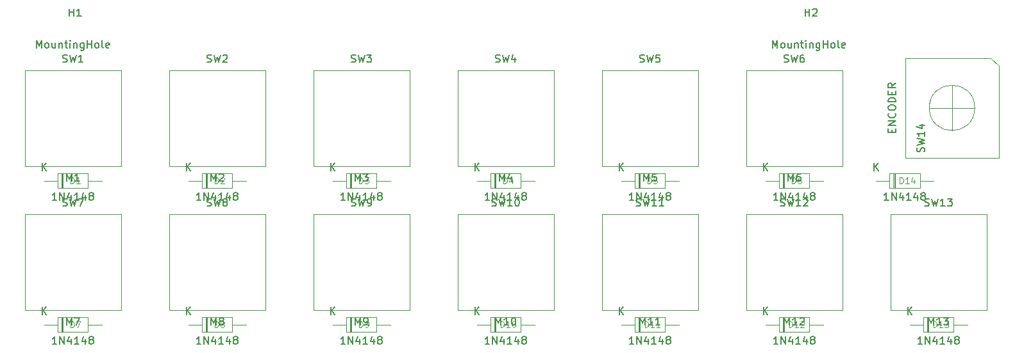
<source format=gbr>
%TF.GenerationSoftware,KiCad,Pcbnew,(5.1.10)-1*%
%TF.CreationDate,2021-12-19T12:14:16+01:00*%
%TF.ProjectId,KiCadPCB,4b694361-6450-4434-922e-6b696361645f,rev?*%
%TF.SameCoordinates,Original*%
%TF.FileFunction,Other,Fab,Top*%
%FSLAX46Y46*%
G04 Gerber Fmt 4.6, Leading zero omitted, Abs format (unit mm)*
G04 Created by KiCad (PCBNEW (5.1.10)-1) date 2021-12-19 12:14:16*
%MOMM*%
%LPD*%
G01*
G04 APERTURE LIST*
%ADD10C,0.100000*%
%ADD11C,0.120000*%
%ADD12C,0.150000*%
G04 APERTURE END LIST*
D10*
%TO.C,D14*%
X213765000Y-49165000D02*
X213765000Y-51165000D01*
X213965000Y-49165000D02*
X213965000Y-51165000D01*
X213865000Y-49165000D02*
X213865000Y-51165000D01*
X219075000Y-50165000D02*
X217265000Y-50165000D01*
X211455000Y-50165000D02*
X213265000Y-50165000D01*
X217265000Y-49165000D02*
X213265000Y-49165000D01*
X217265000Y-51165000D02*
X217265000Y-49165000D01*
X213265000Y-51165000D02*
X217265000Y-51165000D01*
X213265000Y-49165000D02*
X213265000Y-51165000D01*
%TO.C,D13*%
X218210000Y-68215000D02*
X218210000Y-70215000D01*
X218410000Y-68215000D02*
X218410000Y-70215000D01*
X218310000Y-68215000D02*
X218310000Y-70215000D01*
X223520000Y-69215000D02*
X221710000Y-69215000D01*
X215900000Y-69215000D02*
X217710000Y-69215000D01*
X221710000Y-68215000D02*
X217710000Y-68215000D01*
X221710000Y-70215000D02*
X221710000Y-68215000D01*
X217710000Y-70215000D02*
X221710000Y-70215000D01*
X217710000Y-68215000D02*
X217710000Y-70215000D01*
%TO.C,D12*%
X199160000Y-68215000D02*
X199160000Y-70215000D01*
X199360000Y-68215000D02*
X199360000Y-70215000D01*
X199260000Y-68215000D02*
X199260000Y-70215000D01*
X204470000Y-69215000D02*
X202660000Y-69215000D01*
X196850000Y-69215000D02*
X198660000Y-69215000D01*
X202660000Y-68215000D02*
X198660000Y-68215000D01*
X202660000Y-70215000D02*
X202660000Y-68215000D01*
X198660000Y-70215000D02*
X202660000Y-70215000D01*
X198660000Y-68215000D02*
X198660000Y-70215000D01*
%TO.C,D11*%
X180110000Y-68215000D02*
X180110000Y-70215000D01*
X180310000Y-68215000D02*
X180310000Y-70215000D01*
X180210000Y-68215000D02*
X180210000Y-70215000D01*
X185420000Y-69215000D02*
X183610000Y-69215000D01*
X177800000Y-69215000D02*
X179610000Y-69215000D01*
X183610000Y-68215000D02*
X179610000Y-68215000D01*
X183610000Y-70215000D02*
X183610000Y-68215000D01*
X179610000Y-70215000D02*
X183610000Y-70215000D01*
X179610000Y-68215000D02*
X179610000Y-70215000D01*
%TO.C,D10*%
X161060000Y-68215000D02*
X161060000Y-70215000D01*
X161260000Y-68215000D02*
X161260000Y-70215000D01*
X161160000Y-68215000D02*
X161160000Y-70215000D01*
X166370000Y-69215000D02*
X164560000Y-69215000D01*
X158750000Y-69215000D02*
X160560000Y-69215000D01*
X164560000Y-68215000D02*
X160560000Y-68215000D01*
X164560000Y-70215000D02*
X164560000Y-68215000D01*
X160560000Y-70215000D02*
X164560000Y-70215000D01*
X160560000Y-68215000D02*
X160560000Y-70215000D01*
%TO.C,D9*%
X142010000Y-68215000D02*
X142010000Y-70215000D01*
X142210000Y-68215000D02*
X142210000Y-70215000D01*
X142110000Y-68215000D02*
X142110000Y-70215000D01*
X147320000Y-69215000D02*
X145510000Y-69215000D01*
X139700000Y-69215000D02*
X141510000Y-69215000D01*
X145510000Y-68215000D02*
X141510000Y-68215000D01*
X145510000Y-70215000D02*
X145510000Y-68215000D01*
X141510000Y-70215000D02*
X145510000Y-70215000D01*
X141510000Y-68215000D02*
X141510000Y-70215000D01*
%TO.C,D8*%
X122960000Y-68215000D02*
X122960000Y-70215000D01*
X123160000Y-68215000D02*
X123160000Y-70215000D01*
X123060000Y-68215000D02*
X123060000Y-70215000D01*
X128270000Y-69215000D02*
X126460000Y-69215000D01*
X120650000Y-69215000D02*
X122460000Y-69215000D01*
X126460000Y-68215000D02*
X122460000Y-68215000D01*
X126460000Y-70215000D02*
X126460000Y-68215000D01*
X122460000Y-70215000D02*
X126460000Y-70215000D01*
X122460000Y-68215000D02*
X122460000Y-70215000D01*
%TO.C,D7*%
X103910000Y-68215000D02*
X103910000Y-70215000D01*
X104110000Y-68215000D02*
X104110000Y-70215000D01*
X104010000Y-68215000D02*
X104010000Y-70215000D01*
X109220000Y-69215000D02*
X107410000Y-69215000D01*
X101600000Y-69215000D02*
X103410000Y-69215000D01*
X107410000Y-68215000D02*
X103410000Y-68215000D01*
X107410000Y-70215000D02*
X107410000Y-68215000D01*
X103410000Y-70215000D02*
X107410000Y-70215000D01*
X103410000Y-68215000D02*
X103410000Y-70215000D01*
%TO.C,D6*%
X199160000Y-49165000D02*
X199160000Y-51165000D01*
X199360000Y-49165000D02*
X199360000Y-51165000D01*
X199260000Y-49165000D02*
X199260000Y-51165000D01*
X204470000Y-50165000D02*
X202660000Y-50165000D01*
X196850000Y-50165000D02*
X198660000Y-50165000D01*
X202660000Y-49165000D02*
X198660000Y-49165000D01*
X202660000Y-51165000D02*
X202660000Y-49165000D01*
X198660000Y-51165000D02*
X202660000Y-51165000D01*
X198660000Y-49165000D02*
X198660000Y-51165000D01*
%TO.C,D5*%
X180110000Y-49165000D02*
X180110000Y-51165000D01*
X180310000Y-49165000D02*
X180310000Y-51165000D01*
X180210000Y-49165000D02*
X180210000Y-51165000D01*
X185420000Y-50165000D02*
X183610000Y-50165000D01*
X177800000Y-50165000D02*
X179610000Y-50165000D01*
X183610000Y-49165000D02*
X179610000Y-49165000D01*
X183610000Y-51165000D02*
X183610000Y-49165000D01*
X179610000Y-51165000D02*
X183610000Y-51165000D01*
X179610000Y-49165000D02*
X179610000Y-51165000D01*
%TO.C,D4*%
X161060000Y-49165000D02*
X161060000Y-51165000D01*
X161260000Y-49165000D02*
X161260000Y-51165000D01*
X161160000Y-49165000D02*
X161160000Y-51165000D01*
X166370000Y-50165000D02*
X164560000Y-50165000D01*
X158750000Y-50165000D02*
X160560000Y-50165000D01*
X164560000Y-49165000D02*
X160560000Y-49165000D01*
X164560000Y-51165000D02*
X164560000Y-49165000D01*
X160560000Y-51165000D02*
X164560000Y-51165000D01*
X160560000Y-49165000D02*
X160560000Y-51165000D01*
%TO.C,D3*%
X142010000Y-49165000D02*
X142010000Y-51165000D01*
X142210000Y-49165000D02*
X142210000Y-51165000D01*
X142110000Y-49165000D02*
X142110000Y-51165000D01*
X147320000Y-50165000D02*
X145510000Y-50165000D01*
X139700000Y-50165000D02*
X141510000Y-50165000D01*
X145510000Y-49165000D02*
X141510000Y-49165000D01*
X145510000Y-51165000D02*
X145510000Y-49165000D01*
X141510000Y-51165000D02*
X145510000Y-51165000D01*
X141510000Y-49165000D02*
X141510000Y-51165000D01*
%TO.C,D2*%
X122960000Y-49165000D02*
X122960000Y-51165000D01*
X123160000Y-49165000D02*
X123160000Y-51165000D01*
X123060000Y-49165000D02*
X123060000Y-51165000D01*
X128270000Y-50165000D02*
X126460000Y-50165000D01*
X120650000Y-50165000D02*
X122460000Y-50165000D01*
X126460000Y-49165000D02*
X122460000Y-49165000D01*
X126460000Y-51165000D02*
X126460000Y-49165000D01*
X122460000Y-51165000D02*
X126460000Y-51165000D01*
X122460000Y-49165000D02*
X122460000Y-51165000D01*
%TO.C,D1*%
X103910000Y-49165000D02*
X103910000Y-51165000D01*
X104110000Y-49165000D02*
X104110000Y-51165000D01*
X104010000Y-49165000D02*
X104010000Y-51165000D01*
X109220000Y-50165000D02*
X107410000Y-50165000D01*
X101600000Y-50165000D02*
X103410000Y-50165000D01*
X107410000Y-49165000D02*
X103410000Y-49165000D01*
X107410000Y-51165000D02*
X107410000Y-49165000D01*
X103410000Y-51165000D02*
X107410000Y-51165000D01*
X103410000Y-49165000D02*
X103410000Y-51165000D01*
%TO.C,SW13*%
X213360000Y-67310000D02*
X213360000Y-54610000D01*
X226060000Y-67310000D02*
X213360000Y-67310000D01*
X226060000Y-54610000D02*
X226060000Y-67310000D01*
X213360000Y-54610000D02*
X226060000Y-54610000D01*
%TO.C,SW12*%
X194310000Y-67310000D02*
X194310000Y-54610000D01*
X207010000Y-67310000D02*
X194310000Y-67310000D01*
X207010000Y-54610000D02*
X207010000Y-67310000D01*
X194310000Y-54610000D02*
X207010000Y-54610000D01*
%TO.C,SW11*%
X175260000Y-67310000D02*
X175260000Y-54610000D01*
X187960000Y-67310000D02*
X175260000Y-67310000D01*
X187960000Y-54610000D02*
X187960000Y-67310000D01*
X175260000Y-54610000D02*
X187960000Y-54610000D01*
%TO.C,SW10*%
X156210000Y-67310000D02*
X156210000Y-54610000D01*
X168910000Y-67310000D02*
X156210000Y-67310000D01*
X168910000Y-54610000D02*
X168910000Y-67310000D01*
X156210000Y-54610000D02*
X168910000Y-54610000D01*
%TO.C,SW9*%
X137160000Y-67310000D02*
X137160000Y-54610000D01*
X149860000Y-67310000D02*
X137160000Y-67310000D01*
X149860000Y-54610000D02*
X149860000Y-67310000D01*
X137160000Y-54610000D02*
X149860000Y-54610000D01*
%TO.C,SW8*%
X118110000Y-67310000D02*
X118110000Y-54610000D01*
X130810000Y-67310000D02*
X118110000Y-67310000D01*
X130810000Y-54610000D02*
X130810000Y-67310000D01*
X118110000Y-54610000D02*
X130810000Y-54610000D01*
%TO.C,SW7*%
X99060000Y-67310000D02*
X99060000Y-54610000D01*
X111760000Y-67310000D02*
X99060000Y-67310000D01*
X111760000Y-54610000D02*
X111760000Y-67310000D01*
X99060000Y-54610000D02*
X111760000Y-54610000D01*
%TO.C,SW6*%
X194310000Y-48260000D02*
X194310000Y-35560000D01*
X207010000Y-48260000D02*
X194310000Y-48260000D01*
X207010000Y-35560000D02*
X207010000Y-48260000D01*
X194310000Y-35560000D02*
X207010000Y-35560000D01*
%TO.C,SW5*%
X175260000Y-48260000D02*
X175260000Y-35560000D01*
X187960000Y-48260000D02*
X175260000Y-48260000D01*
X187960000Y-35560000D02*
X187960000Y-48260000D01*
X175260000Y-35560000D02*
X187960000Y-35560000D01*
%TO.C,SW4*%
X156210000Y-48260000D02*
X156210000Y-35560000D01*
X168910000Y-48260000D02*
X156210000Y-48260000D01*
X168910000Y-35560000D02*
X168910000Y-48260000D01*
X156210000Y-35560000D02*
X168910000Y-35560000D01*
%TO.C,SW3*%
X137160000Y-48260000D02*
X137160000Y-35560000D01*
X149860000Y-48260000D02*
X137160000Y-48260000D01*
X149860000Y-35560000D02*
X149860000Y-48260000D01*
X137160000Y-35560000D02*
X149860000Y-35560000D01*
%TO.C,SW2*%
X118110000Y-48260000D02*
X118110000Y-35560000D01*
X130810000Y-48260000D02*
X118110000Y-48260000D01*
X130810000Y-35560000D02*
X130810000Y-48260000D01*
X118110000Y-35560000D02*
X130810000Y-35560000D01*
%TO.C,SW1*%
X99060000Y-48260000D02*
X99060000Y-35560000D01*
X111760000Y-48260000D02*
X99060000Y-48260000D01*
X111760000Y-35560000D02*
X111760000Y-48260000D01*
X99060000Y-35560000D02*
X111760000Y-35560000D01*
D11*
%TO.C,SW14*%
X224500000Y-40520000D02*
G75*
G03*
X224500000Y-40520000I-3000000J0D01*
G01*
X227700000Y-34920000D02*
X227700000Y-47120000D01*
X227700000Y-47120000D02*
X215300000Y-47120000D01*
X215300000Y-47120000D02*
X215300000Y-33920000D01*
X215300000Y-33920000D02*
X226600000Y-33920000D01*
X226600000Y-33920000D02*
X227700000Y-34920000D01*
X224500000Y-40520000D02*
X218500000Y-40520000D01*
X221500000Y-37520000D02*
X221500000Y-43520000D01*
%TD*%
%TO.C,H2*%
D12*
X197779285Y-32592380D02*
X197779285Y-31592380D01*
X198112619Y-32306666D01*
X198445952Y-31592380D01*
X198445952Y-32592380D01*
X199065000Y-32592380D02*
X198969761Y-32544761D01*
X198922142Y-32497142D01*
X198874523Y-32401904D01*
X198874523Y-32116190D01*
X198922142Y-32020952D01*
X198969761Y-31973333D01*
X199065000Y-31925714D01*
X199207857Y-31925714D01*
X199303095Y-31973333D01*
X199350714Y-32020952D01*
X199398333Y-32116190D01*
X199398333Y-32401904D01*
X199350714Y-32497142D01*
X199303095Y-32544761D01*
X199207857Y-32592380D01*
X199065000Y-32592380D01*
X200255476Y-31925714D02*
X200255476Y-32592380D01*
X199826904Y-31925714D02*
X199826904Y-32449523D01*
X199874523Y-32544761D01*
X199969761Y-32592380D01*
X200112619Y-32592380D01*
X200207857Y-32544761D01*
X200255476Y-32497142D01*
X200731666Y-31925714D02*
X200731666Y-32592380D01*
X200731666Y-32020952D02*
X200779285Y-31973333D01*
X200874523Y-31925714D01*
X201017380Y-31925714D01*
X201112619Y-31973333D01*
X201160238Y-32068571D01*
X201160238Y-32592380D01*
X201493571Y-31925714D02*
X201874523Y-31925714D01*
X201636428Y-31592380D02*
X201636428Y-32449523D01*
X201684047Y-32544761D01*
X201779285Y-32592380D01*
X201874523Y-32592380D01*
X202207857Y-32592380D02*
X202207857Y-31925714D01*
X202207857Y-31592380D02*
X202160238Y-31640000D01*
X202207857Y-31687619D01*
X202255476Y-31640000D01*
X202207857Y-31592380D01*
X202207857Y-31687619D01*
X202684047Y-31925714D02*
X202684047Y-32592380D01*
X202684047Y-32020952D02*
X202731666Y-31973333D01*
X202826904Y-31925714D01*
X202969761Y-31925714D01*
X203065000Y-31973333D01*
X203112619Y-32068571D01*
X203112619Y-32592380D01*
X204017380Y-31925714D02*
X204017380Y-32735238D01*
X203969761Y-32830476D01*
X203922142Y-32878095D01*
X203826904Y-32925714D01*
X203684047Y-32925714D01*
X203588809Y-32878095D01*
X204017380Y-32544761D02*
X203922142Y-32592380D01*
X203731666Y-32592380D01*
X203636428Y-32544761D01*
X203588809Y-32497142D01*
X203541190Y-32401904D01*
X203541190Y-32116190D01*
X203588809Y-32020952D01*
X203636428Y-31973333D01*
X203731666Y-31925714D01*
X203922142Y-31925714D01*
X204017380Y-31973333D01*
X204493571Y-32592380D02*
X204493571Y-31592380D01*
X204493571Y-32068571D02*
X205065000Y-32068571D01*
X205065000Y-32592380D02*
X205065000Y-31592380D01*
X205684047Y-32592380D02*
X205588809Y-32544761D01*
X205541190Y-32497142D01*
X205493571Y-32401904D01*
X205493571Y-32116190D01*
X205541190Y-32020952D01*
X205588809Y-31973333D01*
X205684047Y-31925714D01*
X205826904Y-31925714D01*
X205922142Y-31973333D01*
X205969761Y-32020952D01*
X206017380Y-32116190D01*
X206017380Y-32401904D01*
X205969761Y-32497142D01*
X205922142Y-32544761D01*
X205826904Y-32592380D01*
X205684047Y-32592380D01*
X206588809Y-32592380D02*
X206493571Y-32544761D01*
X206445952Y-32449523D01*
X206445952Y-31592380D01*
X207350714Y-32544761D02*
X207255476Y-32592380D01*
X207065000Y-32592380D01*
X206969761Y-32544761D01*
X206922142Y-32449523D01*
X206922142Y-32068571D01*
X206969761Y-31973333D01*
X207065000Y-31925714D01*
X207255476Y-31925714D01*
X207350714Y-31973333D01*
X207398333Y-32068571D01*
X207398333Y-32163809D01*
X206922142Y-32259047D01*
X202103095Y-28392380D02*
X202103095Y-27392380D01*
X202103095Y-27868571D02*
X202674523Y-27868571D01*
X202674523Y-28392380D02*
X202674523Y-27392380D01*
X203103095Y-27487619D02*
X203150714Y-27440000D01*
X203245952Y-27392380D01*
X203484047Y-27392380D01*
X203579285Y-27440000D01*
X203626904Y-27487619D01*
X203674523Y-27582857D01*
X203674523Y-27678095D01*
X203626904Y-27820952D01*
X203055476Y-28392380D01*
X203674523Y-28392380D01*
%TO.C,H1*%
X100624285Y-32592380D02*
X100624285Y-31592380D01*
X100957619Y-32306666D01*
X101290952Y-31592380D01*
X101290952Y-32592380D01*
X101910000Y-32592380D02*
X101814761Y-32544761D01*
X101767142Y-32497142D01*
X101719523Y-32401904D01*
X101719523Y-32116190D01*
X101767142Y-32020952D01*
X101814761Y-31973333D01*
X101910000Y-31925714D01*
X102052857Y-31925714D01*
X102148095Y-31973333D01*
X102195714Y-32020952D01*
X102243333Y-32116190D01*
X102243333Y-32401904D01*
X102195714Y-32497142D01*
X102148095Y-32544761D01*
X102052857Y-32592380D01*
X101910000Y-32592380D01*
X103100476Y-31925714D02*
X103100476Y-32592380D01*
X102671904Y-31925714D02*
X102671904Y-32449523D01*
X102719523Y-32544761D01*
X102814761Y-32592380D01*
X102957619Y-32592380D01*
X103052857Y-32544761D01*
X103100476Y-32497142D01*
X103576666Y-31925714D02*
X103576666Y-32592380D01*
X103576666Y-32020952D02*
X103624285Y-31973333D01*
X103719523Y-31925714D01*
X103862380Y-31925714D01*
X103957619Y-31973333D01*
X104005238Y-32068571D01*
X104005238Y-32592380D01*
X104338571Y-31925714D02*
X104719523Y-31925714D01*
X104481428Y-31592380D02*
X104481428Y-32449523D01*
X104529047Y-32544761D01*
X104624285Y-32592380D01*
X104719523Y-32592380D01*
X105052857Y-32592380D02*
X105052857Y-31925714D01*
X105052857Y-31592380D02*
X105005238Y-31640000D01*
X105052857Y-31687619D01*
X105100476Y-31640000D01*
X105052857Y-31592380D01*
X105052857Y-31687619D01*
X105529047Y-31925714D02*
X105529047Y-32592380D01*
X105529047Y-32020952D02*
X105576666Y-31973333D01*
X105671904Y-31925714D01*
X105814761Y-31925714D01*
X105910000Y-31973333D01*
X105957619Y-32068571D01*
X105957619Y-32592380D01*
X106862380Y-31925714D02*
X106862380Y-32735238D01*
X106814761Y-32830476D01*
X106767142Y-32878095D01*
X106671904Y-32925714D01*
X106529047Y-32925714D01*
X106433809Y-32878095D01*
X106862380Y-32544761D02*
X106767142Y-32592380D01*
X106576666Y-32592380D01*
X106481428Y-32544761D01*
X106433809Y-32497142D01*
X106386190Y-32401904D01*
X106386190Y-32116190D01*
X106433809Y-32020952D01*
X106481428Y-31973333D01*
X106576666Y-31925714D01*
X106767142Y-31925714D01*
X106862380Y-31973333D01*
X107338571Y-32592380D02*
X107338571Y-31592380D01*
X107338571Y-32068571D02*
X107910000Y-32068571D01*
X107910000Y-32592380D02*
X107910000Y-31592380D01*
X108529047Y-32592380D02*
X108433809Y-32544761D01*
X108386190Y-32497142D01*
X108338571Y-32401904D01*
X108338571Y-32116190D01*
X108386190Y-32020952D01*
X108433809Y-31973333D01*
X108529047Y-31925714D01*
X108671904Y-31925714D01*
X108767142Y-31973333D01*
X108814761Y-32020952D01*
X108862380Y-32116190D01*
X108862380Y-32401904D01*
X108814761Y-32497142D01*
X108767142Y-32544761D01*
X108671904Y-32592380D01*
X108529047Y-32592380D01*
X109433809Y-32592380D02*
X109338571Y-32544761D01*
X109290952Y-32449523D01*
X109290952Y-31592380D01*
X110195714Y-32544761D02*
X110100476Y-32592380D01*
X109910000Y-32592380D01*
X109814761Y-32544761D01*
X109767142Y-32449523D01*
X109767142Y-32068571D01*
X109814761Y-31973333D01*
X109910000Y-31925714D01*
X110100476Y-31925714D01*
X110195714Y-31973333D01*
X110243333Y-32068571D01*
X110243333Y-32163809D01*
X109767142Y-32259047D01*
X104948095Y-28392380D02*
X104948095Y-27392380D01*
X104948095Y-27868571D02*
X105519523Y-27868571D01*
X105519523Y-28392380D02*
X105519523Y-27392380D01*
X106519523Y-28392380D02*
X105948095Y-28392380D01*
X106233809Y-28392380D02*
X106233809Y-27392380D01*
X106138571Y-27535238D01*
X106043333Y-27630476D01*
X105948095Y-27678095D01*
%TO.C,D14*%
X213122142Y-52737380D02*
X212550714Y-52737380D01*
X212836428Y-52737380D02*
X212836428Y-51737380D01*
X212741190Y-51880238D01*
X212645952Y-51975476D01*
X212550714Y-52023095D01*
X213550714Y-52737380D02*
X213550714Y-51737380D01*
X214122142Y-52737380D01*
X214122142Y-51737380D01*
X215026904Y-52070714D02*
X215026904Y-52737380D01*
X214788809Y-51689761D02*
X214550714Y-52404047D01*
X215169761Y-52404047D01*
X216074523Y-52737380D02*
X215503095Y-52737380D01*
X215788809Y-52737380D02*
X215788809Y-51737380D01*
X215693571Y-51880238D01*
X215598333Y-51975476D01*
X215503095Y-52023095D01*
X216931666Y-52070714D02*
X216931666Y-52737380D01*
X216693571Y-51689761D02*
X216455476Y-52404047D01*
X217074523Y-52404047D01*
X217598333Y-52165952D02*
X217503095Y-52118333D01*
X217455476Y-52070714D01*
X217407857Y-51975476D01*
X217407857Y-51927857D01*
X217455476Y-51832619D01*
X217503095Y-51785000D01*
X217598333Y-51737380D01*
X217788809Y-51737380D01*
X217884047Y-51785000D01*
X217931666Y-51832619D01*
X217979285Y-51927857D01*
X217979285Y-51975476D01*
X217931666Y-52070714D01*
X217884047Y-52118333D01*
X217788809Y-52165952D01*
X217598333Y-52165952D01*
X217503095Y-52213571D01*
X217455476Y-52261190D01*
X217407857Y-52356428D01*
X217407857Y-52546904D01*
X217455476Y-52642142D01*
X217503095Y-52689761D01*
X217598333Y-52737380D01*
X217788809Y-52737380D01*
X217884047Y-52689761D01*
X217931666Y-52642142D01*
X217979285Y-52546904D01*
X217979285Y-52356428D01*
X217931666Y-52261190D01*
X217884047Y-52213571D01*
X217788809Y-52165952D01*
X211193095Y-48817380D02*
X211193095Y-47817380D01*
X211764523Y-48817380D02*
X211335952Y-48245952D01*
X211764523Y-47817380D02*
X211193095Y-48388809D01*
D11*
X214593571Y-50526904D02*
X214593571Y-49726904D01*
X214784047Y-49726904D01*
X214898333Y-49765000D01*
X214974523Y-49841190D01*
X215012619Y-49917380D01*
X215050714Y-50069761D01*
X215050714Y-50184047D01*
X215012619Y-50336428D01*
X214974523Y-50412619D01*
X214898333Y-50488809D01*
X214784047Y-50526904D01*
X214593571Y-50526904D01*
X215812619Y-50526904D02*
X215355476Y-50526904D01*
X215584047Y-50526904D02*
X215584047Y-49726904D01*
X215507857Y-49841190D01*
X215431666Y-49917380D01*
X215355476Y-49955476D01*
X216498333Y-49993571D02*
X216498333Y-50526904D01*
X216307857Y-49688809D02*
X216117380Y-50260238D01*
X216612619Y-50260238D01*
%TO.C,D13*%
D12*
X217567142Y-71787380D02*
X216995714Y-71787380D01*
X217281428Y-71787380D02*
X217281428Y-70787380D01*
X217186190Y-70930238D01*
X217090952Y-71025476D01*
X216995714Y-71073095D01*
X217995714Y-71787380D02*
X217995714Y-70787380D01*
X218567142Y-71787380D01*
X218567142Y-70787380D01*
X219471904Y-71120714D02*
X219471904Y-71787380D01*
X219233809Y-70739761D02*
X218995714Y-71454047D01*
X219614761Y-71454047D01*
X220519523Y-71787380D02*
X219948095Y-71787380D01*
X220233809Y-71787380D02*
X220233809Y-70787380D01*
X220138571Y-70930238D01*
X220043333Y-71025476D01*
X219948095Y-71073095D01*
X221376666Y-71120714D02*
X221376666Y-71787380D01*
X221138571Y-70739761D02*
X220900476Y-71454047D01*
X221519523Y-71454047D01*
X222043333Y-71215952D02*
X221948095Y-71168333D01*
X221900476Y-71120714D01*
X221852857Y-71025476D01*
X221852857Y-70977857D01*
X221900476Y-70882619D01*
X221948095Y-70835000D01*
X222043333Y-70787380D01*
X222233809Y-70787380D01*
X222329047Y-70835000D01*
X222376666Y-70882619D01*
X222424285Y-70977857D01*
X222424285Y-71025476D01*
X222376666Y-71120714D01*
X222329047Y-71168333D01*
X222233809Y-71215952D01*
X222043333Y-71215952D01*
X221948095Y-71263571D01*
X221900476Y-71311190D01*
X221852857Y-71406428D01*
X221852857Y-71596904D01*
X221900476Y-71692142D01*
X221948095Y-71739761D01*
X222043333Y-71787380D01*
X222233809Y-71787380D01*
X222329047Y-71739761D01*
X222376666Y-71692142D01*
X222424285Y-71596904D01*
X222424285Y-71406428D01*
X222376666Y-71311190D01*
X222329047Y-71263571D01*
X222233809Y-71215952D01*
X215638095Y-67867380D02*
X215638095Y-66867380D01*
X216209523Y-67867380D02*
X215780952Y-67295952D01*
X216209523Y-66867380D02*
X215638095Y-67438809D01*
D11*
X219038571Y-69576904D02*
X219038571Y-68776904D01*
X219229047Y-68776904D01*
X219343333Y-68815000D01*
X219419523Y-68891190D01*
X219457619Y-68967380D01*
X219495714Y-69119761D01*
X219495714Y-69234047D01*
X219457619Y-69386428D01*
X219419523Y-69462619D01*
X219343333Y-69538809D01*
X219229047Y-69576904D01*
X219038571Y-69576904D01*
X220257619Y-69576904D02*
X219800476Y-69576904D01*
X220029047Y-69576904D02*
X220029047Y-68776904D01*
X219952857Y-68891190D01*
X219876666Y-68967380D01*
X219800476Y-69005476D01*
X220524285Y-68776904D02*
X221019523Y-68776904D01*
X220752857Y-69081666D01*
X220867142Y-69081666D01*
X220943333Y-69119761D01*
X220981428Y-69157857D01*
X221019523Y-69234047D01*
X221019523Y-69424523D01*
X220981428Y-69500714D01*
X220943333Y-69538809D01*
X220867142Y-69576904D01*
X220638571Y-69576904D01*
X220562380Y-69538809D01*
X220524285Y-69500714D01*
%TO.C,D12*%
D12*
X198517142Y-71787380D02*
X197945714Y-71787380D01*
X198231428Y-71787380D02*
X198231428Y-70787380D01*
X198136190Y-70930238D01*
X198040952Y-71025476D01*
X197945714Y-71073095D01*
X198945714Y-71787380D02*
X198945714Y-70787380D01*
X199517142Y-71787380D01*
X199517142Y-70787380D01*
X200421904Y-71120714D02*
X200421904Y-71787380D01*
X200183809Y-70739761D02*
X199945714Y-71454047D01*
X200564761Y-71454047D01*
X201469523Y-71787380D02*
X200898095Y-71787380D01*
X201183809Y-71787380D02*
X201183809Y-70787380D01*
X201088571Y-70930238D01*
X200993333Y-71025476D01*
X200898095Y-71073095D01*
X202326666Y-71120714D02*
X202326666Y-71787380D01*
X202088571Y-70739761D02*
X201850476Y-71454047D01*
X202469523Y-71454047D01*
X202993333Y-71215952D02*
X202898095Y-71168333D01*
X202850476Y-71120714D01*
X202802857Y-71025476D01*
X202802857Y-70977857D01*
X202850476Y-70882619D01*
X202898095Y-70835000D01*
X202993333Y-70787380D01*
X203183809Y-70787380D01*
X203279047Y-70835000D01*
X203326666Y-70882619D01*
X203374285Y-70977857D01*
X203374285Y-71025476D01*
X203326666Y-71120714D01*
X203279047Y-71168333D01*
X203183809Y-71215952D01*
X202993333Y-71215952D01*
X202898095Y-71263571D01*
X202850476Y-71311190D01*
X202802857Y-71406428D01*
X202802857Y-71596904D01*
X202850476Y-71692142D01*
X202898095Y-71739761D01*
X202993333Y-71787380D01*
X203183809Y-71787380D01*
X203279047Y-71739761D01*
X203326666Y-71692142D01*
X203374285Y-71596904D01*
X203374285Y-71406428D01*
X203326666Y-71311190D01*
X203279047Y-71263571D01*
X203183809Y-71215952D01*
X196588095Y-67867380D02*
X196588095Y-66867380D01*
X197159523Y-67867380D02*
X196730952Y-67295952D01*
X197159523Y-66867380D02*
X196588095Y-67438809D01*
D11*
X199988571Y-69576904D02*
X199988571Y-68776904D01*
X200179047Y-68776904D01*
X200293333Y-68815000D01*
X200369523Y-68891190D01*
X200407619Y-68967380D01*
X200445714Y-69119761D01*
X200445714Y-69234047D01*
X200407619Y-69386428D01*
X200369523Y-69462619D01*
X200293333Y-69538809D01*
X200179047Y-69576904D01*
X199988571Y-69576904D01*
X201207619Y-69576904D02*
X200750476Y-69576904D01*
X200979047Y-69576904D02*
X200979047Y-68776904D01*
X200902857Y-68891190D01*
X200826666Y-68967380D01*
X200750476Y-69005476D01*
X201512380Y-68853095D02*
X201550476Y-68815000D01*
X201626666Y-68776904D01*
X201817142Y-68776904D01*
X201893333Y-68815000D01*
X201931428Y-68853095D01*
X201969523Y-68929285D01*
X201969523Y-69005476D01*
X201931428Y-69119761D01*
X201474285Y-69576904D01*
X201969523Y-69576904D01*
%TO.C,D11*%
D12*
X179467142Y-71787380D02*
X178895714Y-71787380D01*
X179181428Y-71787380D02*
X179181428Y-70787380D01*
X179086190Y-70930238D01*
X178990952Y-71025476D01*
X178895714Y-71073095D01*
X179895714Y-71787380D02*
X179895714Y-70787380D01*
X180467142Y-71787380D01*
X180467142Y-70787380D01*
X181371904Y-71120714D02*
X181371904Y-71787380D01*
X181133809Y-70739761D02*
X180895714Y-71454047D01*
X181514761Y-71454047D01*
X182419523Y-71787380D02*
X181848095Y-71787380D01*
X182133809Y-71787380D02*
X182133809Y-70787380D01*
X182038571Y-70930238D01*
X181943333Y-71025476D01*
X181848095Y-71073095D01*
X183276666Y-71120714D02*
X183276666Y-71787380D01*
X183038571Y-70739761D02*
X182800476Y-71454047D01*
X183419523Y-71454047D01*
X183943333Y-71215952D02*
X183848095Y-71168333D01*
X183800476Y-71120714D01*
X183752857Y-71025476D01*
X183752857Y-70977857D01*
X183800476Y-70882619D01*
X183848095Y-70835000D01*
X183943333Y-70787380D01*
X184133809Y-70787380D01*
X184229047Y-70835000D01*
X184276666Y-70882619D01*
X184324285Y-70977857D01*
X184324285Y-71025476D01*
X184276666Y-71120714D01*
X184229047Y-71168333D01*
X184133809Y-71215952D01*
X183943333Y-71215952D01*
X183848095Y-71263571D01*
X183800476Y-71311190D01*
X183752857Y-71406428D01*
X183752857Y-71596904D01*
X183800476Y-71692142D01*
X183848095Y-71739761D01*
X183943333Y-71787380D01*
X184133809Y-71787380D01*
X184229047Y-71739761D01*
X184276666Y-71692142D01*
X184324285Y-71596904D01*
X184324285Y-71406428D01*
X184276666Y-71311190D01*
X184229047Y-71263571D01*
X184133809Y-71215952D01*
X177538095Y-67867380D02*
X177538095Y-66867380D01*
X178109523Y-67867380D02*
X177680952Y-67295952D01*
X178109523Y-66867380D02*
X177538095Y-67438809D01*
D11*
X180938571Y-69576904D02*
X180938571Y-68776904D01*
X181129047Y-68776904D01*
X181243333Y-68815000D01*
X181319523Y-68891190D01*
X181357619Y-68967380D01*
X181395714Y-69119761D01*
X181395714Y-69234047D01*
X181357619Y-69386428D01*
X181319523Y-69462619D01*
X181243333Y-69538809D01*
X181129047Y-69576904D01*
X180938571Y-69576904D01*
X182157619Y-69576904D02*
X181700476Y-69576904D01*
X181929047Y-69576904D02*
X181929047Y-68776904D01*
X181852857Y-68891190D01*
X181776666Y-68967380D01*
X181700476Y-69005476D01*
X182919523Y-69576904D02*
X182462380Y-69576904D01*
X182690952Y-69576904D02*
X182690952Y-68776904D01*
X182614761Y-68891190D01*
X182538571Y-68967380D01*
X182462380Y-69005476D01*
%TO.C,D10*%
D12*
X160417142Y-71787380D02*
X159845714Y-71787380D01*
X160131428Y-71787380D02*
X160131428Y-70787380D01*
X160036190Y-70930238D01*
X159940952Y-71025476D01*
X159845714Y-71073095D01*
X160845714Y-71787380D02*
X160845714Y-70787380D01*
X161417142Y-71787380D01*
X161417142Y-70787380D01*
X162321904Y-71120714D02*
X162321904Y-71787380D01*
X162083809Y-70739761D02*
X161845714Y-71454047D01*
X162464761Y-71454047D01*
X163369523Y-71787380D02*
X162798095Y-71787380D01*
X163083809Y-71787380D02*
X163083809Y-70787380D01*
X162988571Y-70930238D01*
X162893333Y-71025476D01*
X162798095Y-71073095D01*
X164226666Y-71120714D02*
X164226666Y-71787380D01*
X163988571Y-70739761D02*
X163750476Y-71454047D01*
X164369523Y-71454047D01*
X164893333Y-71215952D02*
X164798095Y-71168333D01*
X164750476Y-71120714D01*
X164702857Y-71025476D01*
X164702857Y-70977857D01*
X164750476Y-70882619D01*
X164798095Y-70835000D01*
X164893333Y-70787380D01*
X165083809Y-70787380D01*
X165179047Y-70835000D01*
X165226666Y-70882619D01*
X165274285Y-70977857D01*
X165274285Y-71025476D01*
X165226666Y-71120714D01*
X165179047Y-71168333D01*
X165083809Y-71215952D01*
X164893333Y-71215952D01*
X164798095Y-71263571D01*
X164750476Y-71311190D01*
X164702857Y-71406428D01*
X164702857Y-71596904D01*
X164750476Y-71692142D01*
X164798095Y-71739761D01*
X164893333Y-71787380D01*
X165083809Y-71787380D01*
X165179047Y-71739761D01*
X165226666Y-71692142D01*
X165274285Y-71596904D01*
X165274285Y-71406428D01*
X165226666Y-71311190D01*
X165179047Y-71263571D01*
X165083809Y-71215952D01*
X158488095Y-67867380D02*
X158488095Y-66867380D01*
X159059523Y-67867380D02*
X158630952Y-67295952D01*
X159059523Y-66867380D02*
X158488095Y-67438809D01*
D11*
X161888571Y-69576904D02*
X161888571Y-68776904D01*
X162079047Y-68776904D01*
X162193333Y-68815000D01*
X162269523Y-68891190D01*
X162307619Y-68967380D01*
X162345714Y-69119761D01*
X162345714Y-69234047D01*
X162307619Y-69386428D01*
X162269523Y-69462619D01*
X162193333Y-69538809D01*
X162079047Y-69576904D01*
X161888571Y-69576904D01*
X163107619Y-69576904D02*
X162650476Y-69576904D01*
X162879047Y-69576904D02*
X162879047Y-68776904D01*
X162802857Y-68891190D01*
X162726666Y-68967380D01*
X162650476Y-69005476D01*
X163602857Y-68776904D02*
X163679047Y-68776904D01*
X163755238Y-68815000D01*
X163793333Y-68853095D01*
X163831428Y-68929285D01*
X163869523Y-69081666D01*
X163869523Y-69272142D01*
X163831428Y-69424523D01*
X163793333Y-69500714D01*
X163755238Y-69538809D01*
X163679047Y-69576904D01*
X163602857Y-69576904D01*
X163526666Y-69538809D01*
X163488571Y-69500714D01*
X163450476Y-69424523D01*
X163412380Y-69272142D01*
X163412380Y-69081666D01*
X163450476Y-68929285D01*
X163488571Y-68853095D01*
X163526666Y-68815000D01*
X163602857Y-68776904D01*
%TO.C,D9*%
D12*
X141367142Y-71787380D02*
X140795714Y-71787380D01*
X141081428Y-71787380D02*
X141081428Y-70787380D01*
X140986190Y-70930238D01*
X140890952Y-71025476D01*
X140795714Y-71073095D01*
X141795714Y-71787380D02*
X141795714Y-70787380D01*
X142367142Y-71787380D01*
X142367142Y-70787380D01*
X143271904Y-71120714D02*
X143271904Y-71787380D01*
X143033809Y-70739761D02*
X142795714Y-71454047D01*
X143414761Y-71454047D01*
X144319523Y-71787380D02*
X143748095Y-71787380D01*
X144033809Y-71787380D02*
X144033809Y-70787380D01*
X143938571Y-70930238D01*
X143843333Y-71025476D01*
X143748095Y-71073095D01*
X145176666Y-71120714D02*
X145176666Y-71787380D01*
X144938571Y-70739761D02*
X144700476Y-71454047D01*
X145319523Y-71454047D01*
X145843333Y-71215952D02*
X145748095Y-71168333D01*
X145700476Y-71120714D01*
X145652857Y-71025476D01*
X145652857Y-70977857D01*
X145700476Y-70882619D01*
X145748095Y-70835000D01*
X145843333Y-70787380D01*
X146033809Y-70787380D01*
X146129047Y-70835000D01*
X146176666Y-70882619D01*
X146224285Y-70977857D01*
X146224285Y-71025476D01*
X146176666Y-71120714D01*
X146129047Y-71168333D01*
X146033809Y-71215952D01*
X145843333Y-71215952D01*
X145748095Y-71263571D01*
X145700476Y-71311190D01*
X145652857Y-71406428D01*
X145652857Y-71596904D01*
X145700476Y-71692142D01*
X145748095Y-71739761D01*
X145843333Y-71787380D01*
X146033809Y-71787380D01*
X146129047Y-71739761D01*
X146176666Y-71692142D01*
X146224285Y-71596904D01*
X146224285Y-71406428D01*
X146176666Y-71311190D01*
X146129047Y-71263571D01*
X146033809Y-71215952D01*
X139438095Y-67867380D02*
X139438095Y-66867380D01*
X140009523Y-67867380D02*
X139580952Y-67295952D01*
X140009523Y-66867380D02*
X139438095Y-67438809D01*
D11*
X143219523Y-69576904D02*
X143219523Y-68776904D01*
X143410000Y-68776904D01*
X143524285Y-68815000D01*
X143600476Y-68891190D01*
X143638571Y-68967380D01*
X143676666Y-69119761D01*
X143676666Y-69234047D01*
X143638571Y-69386428D01*
X143600476Y-69462619D01*
X143524285Y-69538809D01*
X143410000Y-69576904D01*
X143219523Y-69576904D01*
X144057619Y-69576904D02*
X144210000Y-69576904D01*
X144286190Y-69538809D01*
X144324285Y-69500714D01*
X144400476Y-69386428D01*
X144438571Y-69234047D01*
X144438571Y-68929285D01*
X144400476Y-68853095D01*
X144362380Y-68815000D01*
X144286190Y-68776904D01*
X144133809Y-68776904D01*
X144057619Y-68815000D01*
X144019523Y-68853095D01*
X143981428Y-68929285D01*
X143981428Y-69119761D01*
X144019523Y-69195952D01*
X144057619Y-69234047D01*
X144133809Y-69272142D01*
X144286190Y-69272142D01*
X144362380Y-69234047D01*
X144400476Y-69195952D01*
X144438571Y-69119761D01*
%TO.C,D8*%
D12*
X122317142Y-71787380D02*
X121745714Y-71787380D01*
X122031428Y-71787380D02*
X122031428Y-70787380D01*
X121936190Y-70930238D01*
X121840952Y-71025476D01*
X121745714Y-71073095D01*
X122745714Y-71787380D02*
X122745714Y-70787380D01*
X123317142Y-71787380D01*
X123317142Y-70787380D01*
X124221904Y-71120714D02*
X124221904Y-71787380D01*
X123983809Y-70739761D02*
X123745714Y-71454047D01*
X124364761Y-71454047D01*
X125269523Y-71787380D02*
X124698095Y-71787380D01*
X124983809Y-71787380D02*
X124983809Y-70787380D01*
X124888571Y-70930238D01*
X124793333Y-71025476D01*
X124698095Y-71073095D01*
X126126666Y-71120714D02*
X126126666Y-71787380D01*
X125888571Y-70739761D02*
X125650476Y-71454047D01*
X126269523Y-71454047D01*
X126793333Y-71215952D02*
X126698095Y-71168333D01*
X126650476Y-71120714D01*
X126602857Y-71025476D01*
X126602857Y-70977857D01*
X126650476Y-70882619D01*
X126698095Y-70835000D01*
X126793333Y-70787380D01*
X126983809Y-70787380D01*
X127079047Y-70835000D01*
X127126666Y-70882619D01*
X127174285Y-70977857D01*
X127174285Y-71025476D01*
X127126666Y-71120714D01*
X127079047Y-71168333D01*
X126983809Y-71215952D01*
X126793333Y-71215952D01*
X126698095Y-71263571D01*
X126650476Y-71311190D01*
X126602857Y-71406428D01*
X126602857Y-71596904D01*
X126650476Y-71692142D01*
X126698095Y-71739761D01*
X126793333Y-71787380D01*
X126983809Y-71787380D01*
X127079047Y-71739761D01*
X127126666Y-71692142D01*
X127174285Y-71596904D01*
X127174285Y-71406428D01*
X127126666Y-71311190D01*
X127079047Y-71263571D01*
X126983809Y-71215952D01*
X120388095Y-67867380D02*
X120388095Y-66867380D01*
X120959523Y-67867380D02*
X120530952Y-67295952D01*
X120959523Y-66867380D02*
X120388095Y-67438809D01*
D11*
X124169523Y-69576904D02*
X124169523Y-68776904D01*
X124360000Y-68776904D01*
X124474285Y-68815000D01*
X124550476Y-68891190D01*
X124588571Y-68967380D01*
X124626666Y-69119761D01*
X124626666Y-69234047D01*
X124588571Y-69386428D01*
X124550476Y-69462619D01*
X124474285Y-69538809D01*
X124360000Y-69576904D01*
X124169523Y-69576904D01*
X125083809Y-69119761D02*
X125007619Y-69081666D01*
X124969523Y-69043571D01*
X124931428Y-68967380D01*
X124931428Y-68929285D01*
X124969523Y-68853095D01*
X125007619Y-68815000D01*
X125083809Y-68776904D01*
X125236190Y-68776904D01*
X125312380Y-68815000D01*
X125350476Y-68853095D01*
X125388571Y-68929285D01*
X125388571Y-68967380D01*
X125350476Y-69043571D01*
X125312380Y-69081666D01*
X125236190Y-69119761D01*
X125083809Y-69119761D01*
X125007619Y-69157857D01*
X124969523Y-69195952D01*
X124931428Y-69272142D01*
X124931428Y-69424523D01*
X124969523Y-69500714D01*
X125007619Y-69538809D01*
X125083809Y-69576904D01*
X125236190Y-69576904D01*
X125312380Y-69538809D01*
X125350476Y-69500714D01*
X125388571Y-69424523D01*
X125388571Y-69272142D01*
X125350476Y-69195952D01*
X125312380Y-69157857D01*
X125236190Y-69119761D01*
%TO.C,D7*%
D12*
X103267142Y-71787380D02*
X102695714Y-71787380D01*
X102981428Y-71787380D02*
X102981428Y-70787380D01*
X102886190Y-70930238D01*
X102790952Y-71025476D01*
X102695714Y-71073095D01*
X103695714Y-71787380D02*
X103695714Y-70787380D01*
X104267142Y-71787380D01*
X104267142Y-70787380D01*
X105171904Y-71120714D02*
X105171904Y-71787380D01*
X104933809Y-70739761D02*
X104695714Y-71454047D01*
X105314761Y-71454047D01*
X106219523Y-71787380D02*
X105648095Y-71787380D01*
X105933809Y-71787380D02*
X105933809Y-70787380D01*
X105838571Y-70930238D01*
X105743333Y-71025476D01*
X105648095Y-71073095D01*
X107076666Y-71120714D02*
X107076666Y-71787380D01*
X106838571Y-70739761D02*
X106600476Y-71454047D01*
X107219523Y-71454047D01*
X107743333Y-71215952D02*
X107648095Y-71168333D01*
X107600476Y-71120714D01*
X107552857Y-71025476D01*
X107552857Y-70977857D01*
X107600476Y-70882619D01*
X107648095Y-70835000D01*
X107743333Y-70787380D01*
X107933809Y-70787380D01*
X108029047Y-70835000D01*
X108076666Y-70882619D01*
X108124285Y-70977857D01*
X108124285Y-71025476D01*
X108076666Y-71120714D01*
X108029047Y-71168333D01*
X107933809Y-71215952D01*
X107743333Y-71215952D01*
X107648095Y-71263571D01*
X107600476Y-71311190D01*
X107552857Y-71406428D01*
X107552857Y-71596904D01*
X107600476Y-71692142D01*
X107648095Y-71739761D01*
X107743333Y-71787380D01*
X107933809Y-71787380D01*
X108029047Y-71739761D01*
X108076666Y-71692142D01*
X108124285Y-71596904D01*
X108124285Y-71406428D01*
X108076666Y-71311190D01*
X108029047Y-71263571D01*
X107933809Y-71215952D01*
X101338095Y-67867380D02*
X101338095Y-66867380D01*
X101909523Y-67867380D02*
X101480952Y-67295952D01*
X101909523Y-66867380D02*
X101338095Y-67438809D01*
D11*
X105119523Y-69576904D02*
X105119523Y-68776904D01*
X105310000Y-68776904D01*
X105424285Y-68815000D01*
X105500476Y-68891190D01*
X105538571Y-68967380D01*
X105576666Y-69119761D01*
X105576666Y-69234047D01*
X105538571Y-69386428D01*
X105500476Y-69462619D01*
X105424285Y-69538809D01*
X105310000Y-69576904D01*
X105119523Y-69576904D01*
X105843333Y-68776904D02*
X106376666Y-68776904D01*
X106033809Y-69576904D01*
%TO.C,D6*%
D12*
X198517142Y-52737380D02*
X197945714Y-52737380D01*
X198231428Y-52737380D02*
X198231428Y-51737380D01*
X198136190Y-51880238D01*
X198040952Y-51975476D01*
X197945714Y-52023095D01*
X198945714Y-52737380D02*
X198945714Y-51737380D01*
X199517142Y-52737380D01*
X199517142Y-51737380D01*
X200421904Y-52070714D02*
X200421904Y-52737380D01*
X200183809Y-51689761D02*
X199945714Y-52404047D01*
X200564761Y-52404047D01*
X201469523Y-52737380D02*
X200898095Y-52737380D01*
X201183809Y-52737380D02*
X201183809Y-51737380D01*
X201088571Y-51880238D01*
X200993333Y-51975476D01*
X200898095Y-52023095D01*
X202326666Y-52070714D02*
X202326666Y-52737380D01*
X202088571Y-51689761D02*
X201850476Y-52404047D01*
X202469523Y-52404047D01*
X202993333Y-52165952D02*
X202898095Y-52118333D01*
X202850476Y-52070714D01*
X202802857Y-51975476D01*
X202802857Y-51927857D01*
X202850476Y-51832619D01*
X202898095Y-51785000D01*
X202993333Y-51737380D01*
X203183809Y-51737380D01*
X203279047Y-51785000D01*
X203326666Y-51832619D01*
X203374285Y-51927857D01*
X203374285Y-51975476D01*
X203326666Y-52070714D01*
X203279047Y-52118333D01*
X203183809Y-52165952D01*
X202993333Y-52165952D01*
X202898095Y-52213571D01*
X202850476Y-52261190D01*
X202802857Y-52356428D01*
X202802857Y-52546904D01*
X202850476Y-52642142D01*
X202898095Y-52689761D01*
X202993333Y-52737380D01*
X203183809Y-52737380D01*
X203279047Y-52689761D01*
X203326666Y-52642142D01*
X203374285Y-52546904D01*
X203374285Y-52356428D01*
X203326666Y-52261190D01*
X203279047Y-52213571D01*
X203183809Y-52165952D01*
X196588095Y-48817380D02*
X196588095Y-47817380D01*
X197159523Y-48817380D02*
X196730952Y-48245952D01*
X197159523Y-47817380D02*
X196588095Y-48388809D01*
D11*
X200369523Y-50526904D02*
X200369523Y-49726904D01*
X200560000Y-49726904D01*
X200674285Y-49765000D01*
X200750476Y-49841190D01*
X200788571Y-49917380D01*
X200826666Y-50069761D01*
X200826666Y-50184047D01*
X200788571Y-50336428D01*
X200750476Y-50412619D01*
X200674285Y-50488809D01*
X200560000Y-50526904D01*
X200369523Y-50526904D01*
X201512380Y-49726904D02*
X201360000Y-49726904D01*
X201283809Y-49765000D01*
X201245714Y-49803095D01*
X201169523Y-49917380D01*
X201131428Y-50069761D01*
X201131428Y-50374523D01*
X201169523Y-50450714D01*
X201207619Y-50488809D01*
X201283809Y-50526904D01*
X201436190Y-50526904D01*
X201512380Y-50488809D01*
X201550476Y-50450714D01*
X201588571Y-50374523D01*
X201588571Y-50184047D01*
X201550476Y-50107857D01*
X201512380Y-50069761D01*
X201436190Y-50031666D01*
X201283809Y-50031666D01*
X201207619Y-50069761D01*
X201169523Y-50107857D01*
X201131428Y-50184047D01*
%TO.C,D5*%
D12*
X179467142Y-52737380D02*
X178895714Y-52737380D01*
X179181428Y-52737380D02*
X179181428Y-51737380D01*
X179086190Y-51880238D01*
X178990952Y-51975476D01*
X178895714Y-52023095D01*
X179895714Y-52737380D02*
X179895714Y-51737380D01*
X180467142Y-52737380D01*
X180467142Y-51737380D01*
X181371904Y-52070714D02*
X181371904Y-52737380D01*
X181133809Y-51689761D02*
X180895714Y-52404047D01*
X181514761Y-52404047D01*
X182419523Y-52737380D02*
X181848095Y-52737380D01*
X182133809Y-52737380D02*
X182133809Y-51737380D01*
X182038571Y-51880238D01*
X181943333Y-51975476D01*
X181848095Y-52023095D01*
X183276666Y-52070714D02*
X183276666Y-52737380D01*
X183038571Y-51689761D02*
X182800476Y-52404047D01*
X183419523Y-52404047D01*
X183943333Y-52165952D02*
X183848095Y-52118333D01*
X183800476Y-52070714D01*
X183752857Y-51975476D01*
X183752857Y-51927857D01*
X183800476Y-51832619D01*
X183848095Y-51785000D01*
X183943333Y-51737380D01*
X184133809Y-51737380D01*
X184229047Y-51785000D01*
X184276666Y-51832619D01*
X184324285Y-51927857D01*
X184324285Y-51975476D01*
X184276666Y-52070714D01*
X184229047Y-52118333D01*
X184133809Y-52165952D01*
X183943333Y-52165952D01*
X183848095Y-52213571D01*
X183800476Y-52261190D01*
X183752857Y-52356428D01*
X183752857Y-52546904D01*
X183800476Y-52642142D01*
X183848095Y-52689761D01*
X183943333Y-52737380D01*
X184133809Y-52737380D01*
X184229047Y-52689761D01*
X184276666Y-52642142D01*
X184324285Y-52546904D01*
X184324285Y-52356428D01*
X184276666Y-52261190D01*
X184229047Y-52213571D01*
X184133809Y-52165952D01*
X177538095Y-48817380D02*
X177538095Y-47817380D01*
X178109523Y-48817380D02*
X177680952Y-48245952D01*
X178109523Y-47817380D02*
X177538095Y-48388809D01*
D11*
X181319523Y-50526904D02*
X181319523Y-49726904D01*
X181510000Y-49726904D01*
X181624285Y-49765000D01*
X181700476Y-49841190D01*
X181738571Y-49917380D01*
X181776666Y-50069761D01*
X181776666Y-50184047D01*
X181738571Y-50336428D01*
X181700476Y-50412619D01*
X181624285Y-50488809D01*
X181510000Y-50526904D01*
X181319523Y-50526904D01*
X182500476Y-49726904D02*
X182119523Y-49726904D01*
X182081428Y-50107857D01*
X182119523Y-50069761D01*
X182195714Y-50031666D01*
X182386190Y-50031666D01*
X182462380Y-50069761D01*
X182500476Y-50107857D01*
X182538571Y-50184047D01*
X182538571Y-50374523D01*
X182500476Y-50450714D01*
X182462380Y-50488809D01*
X182386190Y-50526904D01*
X182195714Y-50526904D01*
X182119523Y-50488809D01*
X182081428Y-50450714D01*
%TO.C,D4*%
D12*
X160417142Y-52737380D02*
X159845714Y-52737380D01*
X160131428Y-52737380D02*
X160131428Y-51737380D01*
X160036190Y-51880238D01*
X159940952Y-51975476D01*
X159845714Y-52023095D01*
X160845714Y-52737380D02*
X160845714Y-51737380D01*
X161417142Y-52737380D01*
X161417142Y-51737380D01*
X162321904Y-52070714D02*
X162321904Y-52737380D01*
X162083809Y-51689761D02*
X161845714Y-52404047D01*
X162464761Y-52404047D01*
X163369523Y-52737380D02*
X162798095Y-52737380D01*
X163083809Y-52737380D02*
X163083809Y-51737380D01*
X162988571Y-51880238D01*
X162893333Y-51975476D01*
X162798095Y-52023095D01*
X164226666Y-52070714D02*
X164226666Y-52737380D01*
X163988571Y-51689761D02*
X163750476Y-52404047D01*
X164369523Y-52404047D01*
X164893333Y-52165952D02*
X164798095Y-52118333D01*
X164750476Y-52070714D01*
X164702857Y-51975476D01*
X164702857Y-51927857D01*
X164750476Y-51832619D01*
X164798095Y-51785000D01*
X164893333Y-51737380D01*
X165083809Y-51737380D01*
X165179047Y-51785000D01*
X165226666Y-51832619D01*
X165274285Y-51927857D01*
X165274285Y-51975476D01*
X165226666Y-52070714D01*
X165179047Y-52118333D01*
X165083809Y-52165952D01*
X164893333Y-52165952D01*
X164798095Y-52213571D01*
X164750476Y-52261190D01*
X164702857Y-52356428D01*
X164702857Y-52546904D01*
X164750476Y-52642142D01*
X164798095Y-52689761D01*
X164893333Y-52737380D01*
X165083809Y-52737380D01*
X165179047Y-52689761D01*
X165226666Y-52642142D01*
X165274285Y-52546904D01*
X165274285Y-52356428D01*
X165226666Y-52261190D01*
X165179047Y-52213571D01*
X165083809Y-52165952D01*
X158488095Y-48817380D02*
X158488095Y-47817380D01*
X159059523Y-48817380D02*
X158630952Y-48245952D01*
X159059523Y-47817380D02*
X158488095Y-48388809D01*
D11*
X162269523Y-50526904D02*
X162269523Y-49726904D01*
X162460000Y-49726904D01*
X162574285Y-49765000D01*
X162650476Y-49841190D01*
X162688571Y-49917380D01*
X162726666Y-50069761D01*
X162726666Y-50184047D01*
X162688571Y-50336428D01*
X162650476Y-50412619D01*
X162574285Y-50488809D01*
X162460000Y-50526904D01*
X162269523Y-50526904D01*
X163412380Y-49993571D02*
X163412380Y-50526904D01*
X163221904Y-49688809D02*
X163031428Y-50260238D01*
X163526666Y-50260238D01*
%TO.C,D3*%
D12*
X141367142Y-52737380D02*
X140795714Y-52737380D01*
X141081428Y-52737380D02*
X141081428Y-51737380D01*
X140986190Y-51880238D01*
X140890952Y-51975476D01*
X140795714Y-52023095D01*
X141795714Y-52737380D02*
X141795714Y-51737380D01*
X142367142Y-52737380D01*
X142367142Y-51737380D01*
X143271904Y-52070714D02*
X143271904Y-52737380D01*
X143033809Y-51689761D02*
X142795714Y-52404047D01*
X143414761Y-52404047D01*
X144319523Y-52737380D02*
X143748095Y-52737380D01*
X144033809Y-52737380D02*
X144033809Y-51737380D01*
X143938571Y-51880238D01*
X143843333Y-51975476D01*
X143748095Y-52023095D01*
X145176666Y-52070714D02*
X145176666Y-52737380D01*
X144938571Y-51689761D02*
X144700476Y-52404047D01*
X145319523Y-52404047D01*
X145843333Y-52165952D02*
X145748095Y-52118333D01*
X145700476Y-52070714D01*
X145652857Y-51975476D01*
X145652857Y-51927857D01*
X145700476Y-51832619D01*
X145748095Y-51785000D01*
X145843333Y-51737380D01*
X146033809Y-51737380D01*
X146129047Y-51785000D01*
X146176666Y-51832619D01*
X146224285Y-51927857D01*
X146224285Y-51975476D01*
X146176666Y-52070714D01*
X146129047Y-52118333D01*
X146033809Y-52165952D01*
X145843333Y-52165952D01*
X145748095Y-52213571D01*
X145700476Y-52261190D01*
X145652857Y-52356428D01*
X145652857Y-52546904D01*
X145700476Y-52642142D01*
X145748095Y-52689761D01*
X145843333Y-52737380D01*
X146033809Y-52737380D01*
X146129047Y-52689761D01*
X146176666Y-52642142D01*
X146224285Y-52546904D01*
X146224285Y-52356428D01*
X146176666Y-52261190D01*
X146129047Y-52213571D01*
X146033809Y-52165952D01*
X139438095Y-48817380D02*
X139438095Y-47817380D01*
X140009523Y-48817380D02*
X139580952Y-48245952D01*
X140009523Y-47817380D02*
X139438095Y-48388809D01*
D11*
X143219523Y-50526904D02*
X143219523Y-49726904D01*
X143410000Y-49726904D01*
X143524285Y-49765000D01*
X143600476Y-49841190D01*
X143638571Y-49917380D01*
X143676666Y-50069761D01*
X143676666Y-50184047D01*
X143638571Y-50336428D01*
X143600476Y-50412619D01*
X143524285Y-50488809D01*
X143410000Y-50526904D01*
X143219523Y-50526904D01*
X143943333Y-49726904D02*
X144438571Y-49726904D01*
X144171904Y-50031666D01*
X144286190Y-50031666D01*
X144362380Y-50069761D01*
X144400476Y-50107857D01*
X144438571Y-50184047D01*
X144438571Y-50374523D01*
X144400476Y-50450714D01*
X144362380Y-50488809D01*
X144286190Y-50526904D01*
X144057619Y-50526904D01*
X143981428Y-50488809D01*
X143943333Y-50450714D01*
%TO.C,D2*%
D12*
X122317142Y-52737380D02*
X121745714Y-52737380D01*
X122031428Y-52737380D02*
X122031428Y-51737380D01*
X121936190Y-51880238D01*
X121840952Y-51975476D01*
X121745714Y-52023095D01*
X122745714Y-52737380D02*
X122745714Y-51737380D01*
X123317142Y-52737380D01*
X123317142Y-51737380D01*
X124221904Y-52070714D02*
X124221904Y-52737380D01*
X123983809Y-51689761D02*
X123745714Y-52404047D01*
X124364761Y-52404047D01*
X125269523Y-52737380D02*
X124698095Y-52737380D01*
X124983809Y-52737380D02*
X124983809Y-51737380D01*
X124888571Y-51880238D01*
X124793333Y-51975476D01*
X124698095Y-52023095D01*
X126126666Y-52070714D02*
X126126666Y-52737380D01*
X125888571Y-51689761D02*
X125650476Y-52404047D01*
X126269523Y-52404047D01*
X126793333Y-52165952D02*
X126698095Y-52118333D01*
X126650476Y-52070714D01*
X126602857Y-51975476D01*
X126602857Y-51927857D01*
X126650476Y-51832619D01*
X126698095Y-51785000D01*
X126793333Y-51737380D01*
X126983809Y-51737380D01*
X127079047Y-51785000D01*
X127126666Y-51832619D01*
X127174285Y-51927857D01*
X127174285Y-51975476D01*
X127126666Y-52070714D01*
X127079047Y-52118333D01*
X126983809Y-52165952D01*
X126793333Y-52165952D01*
X126698095Y-52213571D01*
X126650476Y-52261190D01*
X126602857Y-52356428D01*
X126602857Y-52546904D01*
X126650476Y-52642142D01*
X126698095Y-52689761D01*
X126793333Y-52737380D01*
X126983809Y-52737380D01*
X127079047Y-52689761D01*
X127126666Y-52642142D01*
X127174285Y-52546904D01*
X127174285Y-52356428D01*
X127126666Y-52261190D01*
X127079047Y-52213571D01*
X126983809Y-52165952D01*
X120388095Y-48817380D02*
X120388095Y-47817380D01*
X120959523Y-48817380D02*
X120530952Y-48245952D01*
X120959523Y-47817380D02*
X120388095Y-48388809D01*
D11*
X124169523Y-50526904D02*
X124169523Y-49726904D01*
X124360000Y-49726904D01*
X124474285Y-49765000D01*
X124550476Y-49841190D01*
X124588571Y-49917380D01*
X124626666Y-50069761D01*
X124626666Y-50184047D01*
X124588571Y-50336428D01*
X124550476Y-50412619D01*
X124474285Y-50488809D01*
X124360000Y-50526904D01*
X124169523Y-50526904D01*
X124931428Y-49803095D02*
X124969523Y-49765000D01*
X125045714Y-49726904D01*
X125236190Y-49726904D01*
X125312380Y-49765000D01*
X125350476Y-49803095D01*
X125388571Y-49879285D01*
X125388571Y-49955476D01*
X125350476Y-50069761D01*
X124893333Y-50526904D01*
X125388571Y-50526904D01*
%TO.C,D1*%
D12*
X103267142Y-52737380D02*
X102695714Y-52737380D01*
X102981428Y-52737380D02*
X102981428Y-51737380D01*
X102886190Y-51880238D01*
X102790952Y-51975476D01*
X102695714Y-52023095D01*
X103695714Y-52737380D02*
X103695714Y-51737380D01*
X104267142Y-52737380D01*
X104267142Y-51737380D01*
X105171904Y-52070714D02*
X105171904Y-52737380D01*
X104933809Y-51689761D02*
X104695714Y-52404047D01*
X105314761Y-52404047D01*
X106219523Y-52737380D02*
X105648095Y-52737380D01*
X105933809Y-52737380D02*
X105933809Y-51737380D01*
X105838571Y-51880238D01*
X105743333Y-51975476D01*
X105648095Y-52023095D01*
X107076666Y-52070714D02*
X107076666Y-52737380D01*
X106838571Y-51689761D02*
X106600476Y-52404047D01*
X107219523Y-52404047D01*
X107743333Y-52165952D02*
X107648095Y-52118333D01*
X107600476Y-52070714D01*
X107552857Y-51975476D01*
X107552857Y-51927857D01*
X107600476Y-51832619D01*
X107648095Y-51785000D01*
X107743333Y-51737380D01*
X107933809Y-51737380D01*
X108029047Y-51785000D01*
X108076666Y-51832619D01*
X108124285Y-51927857D01*
X108124285Y-51975476D01*
X108076666Y-52070714D01*
X108029047Y-52118333D01*
X107933809Y-52165952D01*
X107743333Y-52165952D01*
X107648095Y-52213571D01*
X107600476Y-52261190D01*
X107552857Y-52356428D01*
X107552857Y-52546904D01*
X107600476Y-52642142D01*
X107648095Y-52689761D01*
X107743333Y-52737380D01*
X107933809Y-52737380D01*
X108029047Y-52689761D01*
X108076666Y-52642142D01*
X108124285Y-52546904D01*
X108124285Y-52356428D01*
X108076666Y-52261190D01*
X108029047Y-52213571D01*
X107933809Y-52165952D01*
X101338095Y-48817380D02*
X101338095Y-47817380D01*
X101909523Y-48817380D02*
X101480952Y-48245952D01*
X101909523Y-47817380D02*
X101338095Y-48388809D01*
D11*
X105119523Y-50526904D02*
X105119523Y-49726904D01*
X105310000Y-49726904D01*
X105424285Y-49765000D01*
X105500476Y-49841190D01*
X105538571Y-49917380D01*
X105576666Y-50069761D01*
X105576666Y-50184047D01*
X105538571Y-50336428D01*
X105500476Y-50412619D01*
X105424285Y-50488809D01*
X105310000Y-50526904D01*
X105119523Y-50526904D01*
X106338571Y-50526904D02*
X105881428Y-50526904D01*
X106110000Y-50526904D02*
X106110000Y-49726904D01*
X106033809Y-49841190D01*
X105957619Y-49917380D01*
X105881428Y-49955476D01*
%TO.C,SW13*%
D12*
X218424285Y-69286380D02*
X218424285Y-68286380D01*
X218757619Y-69000666D01*
X219090952Y-68286380D01*
X219090952Y-69286380D01*
X220090952Y-69286380D02*
X219519523Y-69286380D01*
X219805238Y-69286380D02*
X219805238Y-68286380D01*
X219710000Y-68429238D01*
X219614761Y-68524476D01*
X219519523Y-68572095D01*
X220424285Y-68286380D02*
X221043333Y-68286380D01*
X220710000Y-68667333D01*
X220852857Y-68667333D01*
X220948095Y-68714952D01*
X220995714Y-68762571D01*
X221043333Y-68857809D01*
X221043333Y-69095904D01*
X220995714Y-69191142D01*
X220948095Y-69238761D01*
X220852857Y-69286380D01*
X220567142Y-69286380D01*
X220471904Y-69238761D01*
X220424285Y-69191142D01*
X217900476Y-53490761D02*
X218043333Y-53538380D01*
X218281428Y-53538380D01*
X218376666Y-53490761D01*
X218424285Y-53443142D01*
X218471904Y-53347904D01*
X218471904Y-53252666D01*
X218424285Y-53157428D01*
X218376666Y-53109809D01*
X218281428Y-53062190D01*
X218090952Y-53014571D01*
X217995714Y-52966952D01*
X217948095Y-52919333D01*
X217900476Y-52824095D01*
X217900476Y-52728857D01*
X217948095Y-52633619D01*
X217995714Y-52586000D01*
X218090952Y-52538380D01*
X218329047Y-52538380D01*
X218471904Y-52586000D01*
X218805238Y-52538380D02*
X219043333Y-53538380D01*
X219233809Y-52824095D01*
X219424285Y-53538380D01*
X219662380Y-52538380D01*
X220567142Y-53538380D02*
X219995714Y-53538380D01*
X220281428Y-53538380D02*
X220281428Y-52538380D01*
X220186190Y-52681238D01*
X220090952Y-52776476D01*
X219995714Y-52824095D01*
X220900476Y-52538380D02*
X221519523Y-52538380D01*
X221186190Y-52919333D01*
X221329047Y-52919333D01*
X221424285Y-52966952D01*
X221471904Y-53014571D01*
X221519523Y-53109809D01*
X221519523Y-53347904D01*
X221471904Y-53443142D01*
X221424285Y-53490761D01*
X221329047Y-53538380D01*
X221043333Y-53538380D01*
X220948095Y-53490761D01*
X220900476Y-53443142D01*
%TO.C,SW12*%
X199374285Y-69286380D02*
X199374285Y-68286380D01*
X199707619Y-69000666D01*
X200040952Y-68286380D01*
X200040952Y-69286380D01*
X201040952Y-69286380D02*
X200469523Y-69286380D01*
X200755238Y-69286380D02*
X200755238Y-68286380D01*
X200660000Y-68429238D01*
X200564761Y-68524476D01*
X200469523Y-68572095D01*
X201421904Y-68381619D02*
X201469523Y-68334000D01*
X201564761Y-68286380D01*
X201802857Y-68286380D01*
X201898095Y-68334000D01*
X201945714Y-68381619D01*
X201993333Y-68476857D01*
X201993333Y-68572095D01*
X201945714Y-68714952D01*
X201374285Y-69286380D01*
X201993333Y-69286380D01*
X198850476Y-53490761D02*
X198993333Y-53538380D01*
X199231428Y-53538380D01*
X199326666Y-53490761D01*
X199374285Y-53443142D01*
X199421904Y-53347904D01*
X199421904Y-53252666D01*
X199374285Y-53157428D01*
X199326666Y-53109809D01*
X199231428Y-53062190D01*
X199040952Y-53014571D01*
X198945714Y-52966952D01*
X198898095Y-52919333D01*
X198850476Y-52824095D01*
X198850476Y-52728857D01*
X198898095Y-52633619D01*
X198945714Y-52586000D01*
X199040952Y-52538380D01*
X199279047Y-52538380D01*
X199421904Y-52586000D01*
X199755238Y-52538380D02*
X199993333Y-53538380D01*
X200183809Y-52824095D01*
X200374285Y-53538380D01*
X200612380Y-52538380D01*
X201517142Y-53538380D02*
X200945714Y-53538380D01*
X201231428Y-53538380D02*
X201231428Y-52538380D01*
X201136190Y-52681238D01*
X201040952Y-52776476D01*
X200945714Y-52824095D01*
X201898095Y-52633619D02*
X201945714Y-52586000D01*
X202040952Y-52538380D01*
X202279047Y-52538380D01*
X202374285Y-52586000D01*
X202421904Y-52633619D01*
X202469523Y-52728857D01*
X202469523Y-52824095D01*
X202421904Y-52966952D01*
X201850476Y-53538380D01*
X202469523Y-53538380D01*
%TO.C,SW11*%
X180324285Y-69286380D02*
X180324285Y-68286380D01*
X180657619Y-69000666D01*
X180990952Y-68286380D01*
X180990952Y-69286380D01*
X181990952Y-69286380D02*
X181419523Y-69286380D01*
X181705238Y-69286380D02*
X181705238Y-68286380D01*
X181610000Y-68429238D01*
X181514761Y-68524476D01*
X181419523Y-68572095D01*
X182943333Y-69286380D02*
X182371904Y-69286380D01*
X182657619Y-69286380D02*
X182657619Y-68286380D01*
X182562380Y-68429238D01*
X182467142Y-68524476D01*
X182371904Y-68572095D01*
X179800476Y-53490761D02*
X179943333Y-53538380D01*
X180181428Y-53538380D01*
X180276666Y-53490761D01*
X180324285Y-53443142D01*
X180371904Y-53347904D01*
X180371904Y-53252666D01*
X180324285Y-53157428D01*
X180276666Y-53109809D01*
X180181428Y-53062190D01*
X179990952Y-53014571D01*
X179895714Y-52966952D01*
X179848095Y-52919333D01*
X179800476Y-52824095D01*
X179800476Y-52728857D01*
X179848095Y-52633619D01*
X179895714Y-52586000D01*
X179990952Y-52538380D01*
X180229047Y-52538380D01*
X180371904Y-52586000D01*
X180705238Y-52538380D02*
X180943333Y-53538380D01*
X181133809Y-52824095D01*
X181324285Y-53538380D01*
X181562380Y-52538380D01*
X182467142Y-53538380D02*
X181895714Y-53538380D01*
X182181428Y-53538380D02*
X182181428Y-52538380D01*
X182086190Y-52681238D01*
X181990952Y-52776476D01*
X181895714Y-52824095D01*
X183419523Y-53538380D02*
X182848095Y-53538380D01*
X183133809Y-53538380D02*
X183133809Y-52538380D01*
X183038571Y-52681238D01*
X182943333Y-52776476D01*
X182848095Y-52824095D01*
%TO.C,SW10*%
X161274285Y-69286380D02*
X161274285Y-68286380D01*
X161607619Y-69000666D01*
X161940952Y-68286380D01*
X161940952Y-69286380D01*
X162940952Y-69286380D02*
X162369523Y-69286380D01*
X162655238Y-69286380D02*
X162655238Y-68286380D01*
X162560000Y-68429238D01*
X162464761Y-68524476D01*
X162369523Y-68572095D01*
X163560000Y-68286380D02*
X163655238Y-68286380D01*
X163750476Y-68334000D01*
X163798095Y-68381619D01*
X163845714Y-68476857D01*
X163893333Y-68667333D01*
X163893333Y-68905428D01*
X163845714Y-69095904D01*
X163798095Y-69191142D01*
X163750476Y-69238761D01*
X163655238Y-69286380D01*
X163560000Y-69286380D01*
X163464761Y-69238761D01*
X163417142Y-69191142D01*
X163369523Y-69095904D01*
X163321904Y-68905428D01*
X163321904Y-68667333D01*
X163369523Y-68476857D01*
X163417142Y-68381619D01*
X163464761Y-68334000D01*
X163560000Y-68286380D01*
X160750476Y-53490761D02*
X160893333Y-53538380D01*
X161131428Y-53538380D01*
X161226666Y-53490761D01*
X161274285Y-53443142D01*
X161321904Y-53347904D01*
X161321904Y-53252666D01*
X161274285Y-53157428D01*
X161226666Y-53109809D01*
X161131428Y-53062190D01*
X160940952Y-53014571D01*
X160845714Y-52966952D01*
X160798095Y-52919333D01*
X160750476Y-52824095D01*
X160750476Y-52728857D01*
X160798095Y-52633619D01*
X160845714Y-52586000D01*
X160940952Y-52538380D01*
X161179047Y-52538380D01*
X161321904Y-52586000D01*
X161655238Y-52538380D02*
X161893333Y-53538380D01*
X162083809Y-52824095D01*
X162274285Y-53538380D01*
X162512380Y-52538380D01*
X163417142Y-53538380D02*
X162845714Y-53538380D01*
X163131428Y-53538380D02*
X163131428Y-52538380D01*
X163036190Y-52681238D01*
X162940952Y-52776476D01*
X162845714Y-52824095D01*
X164036190Y-52538380D02*
X164131428Y-52538380D01*
X164226666Y-52586000D01*
X164274285Y-52633619D01*
X164321904Y-52728857D01*
X164369523Y-52919333D01*
X164369523Y-53157428D01*
X164321904Y-53347904D01*
X164274285Y-53443142D01*
X164226666Y-53490761D01*
X164131428Y-53538380D01*
X164036190Y-53538380D01*
X163940952Y-53490761D01*
X163893333Y-53443142D01*
X163845714Y-53347904D01*
X163798095Y-53157428D01*
X163798095Y-52919333D01*
X163845714Y-52728857D01*
X163893333Y-52633619D01*
X163940952Y-52586000D01*
X164036190Y-52538380D01*
%TO.C,SW9*%
X142700476Y-69286380D02*
X142700476Y-68286380D01*
X143033809Y-69000666D01*
X143367142Y-68286380D01*
X143367142Y-69286380D01*
X143890952Y-69286380D02*
X144081428Y-69286380D01*
X144176666Y-69238761D01*
X144224285Y-69191142D01*
X144319523Y-69048285D01*
X144367142Y-68857809D01*
X144367142Y-68476857D01*
X144319523Y-68381619D01*
X144271904Y-68334000D01*
X144176666Y-68286380D01*
X143986190Y-68286380D01*
X143890952Y-68334000D01*
X143843333Y-68381619D01*
X143795714Y-68476857D01*
X143795714Y-68714952D01*
X143843333Y-68810190D01*
X143890952Y-68857809D01*
X143986190Y-68905428D01*
X144176666Y-68905428D01*
X144271904Y-68857809D01*
X144319523Y-68810190D01*
X144367142Y-68714952D01*
X142176666Y-53490761D02*
X142319523Y-53538380D01*
X142557619Y-53538380D01*
X142652857Y-53490761D01*
X142700476Y-53443142D01*
X142748095Y-53347904D01*
X142748095Y-53252666D01*
X142700476Y-53157428D01*
X142652857Y-53109809D01*
X142557619Y-53062190D01*
X142367142Y-53014571D01*
X142271904Y-52966952D01*
X142224285Y-52919333D01*
X142176666Y-52824095D01*
X142176666Y-52728857D01*
X142224285Y-52633619D01*
X142271904Y-52586000D01*
X142367142Y-52538380D01*
X142605238Y-52538380D01*
X142748095Y-52586000D01*
X143081428Y-52538380D02*
X143319523Y-53538380D01*
X143510000Y-52824095D01*
X143700476Y-53538380D01*
X143938571Y-52538380D01*
X144367142Y-53538380D02*
X144557619Y-53538380D01*
X144652857Y-53490761D01*
X144700476Y-53443142D01*
X144795714Y-53300285D01*
X144843333Y-53109809D01*
X144843333Y-52728857D01*
X144795714Y-52633619D01*
X144748095Y-52586000D01*
X144652857Y-52538380D01*
X144462380Y-52538380D01*
X144367142Y-52586000D01*
X144319523Y-52633619D01*
X144271904Y-52728857D01*
X144271904Y-52966952D01*
X144319523Y-53062190D01*
X144367142Y-53109809D01*
X144462380Y-53157428D01*
X144652857Y-53157428D01*
X144748095Y-53109809D01*
X144795714Y-53062190D01*
X144843333Y-52966952D01*
%TO.C,SW8*%
X123650476Y-69286380D02*
X123650476Y-68286380D01*
X123983809Y-69000666D01*
X124317142Y-68286380D01*
X124317142Y-69286380D01*
X124936190Y-68714952D02*
X124840952Y-68667333D01*
X124793333Y-68619714D01*
X124745714Y-68524476D01*
X124745714Y-68476857D01*
X124793333Y-68381619D01*
X124840952Y-68334000D01*
X124936190Y-68286380D01*
X125126666Y-68286380D01*
X125221904Y-68334000D01*
X125269523Y-68381619D01*
X125317142Y-68476857D01*
X125317142Y-68524476D01*
X125269523Y-68619714D01*
X125221904Y-68667333D01*
X125126666Y-68714952D01*
X124936190Y-68714952D01*
X124840952Y-68762571D01*
X124793333Y-68810190D01*
X124745714Y-68905428D01*
X124745714Y-69095904D01*
X124793333Y-69191142D01*
X124840952Y-69238761D01*
X124936190Y-69286380D01*
X125126666Y-69286380D01*
X125221904Y-69238761D01*
X125269523Y-69191142D01*
X125317142Y-69095904D01*
X125317142Y-68905428D01*
X125269523Y-68810190D01*
X125221904Y-68762571D01*
X125126666Y-68714952D01*
X123126666Y-53490761D02*
X123269523Y-53538380D01*
X123507619Y-53538380D01*
X123602857Y-53490761D01*
X123650476Y-53443142D01*
X123698095Y-53347904D01*
X123698095Y-53252666D01*
X123650476Y-53157428D01*
X123602857Y-53109809D01*
X123507619Y-53062190D01*
X123317142Y-53014571D01*
X123221904Y-52966952D01*
X123174285Y-52919333D01*
X123126666Y-52824095D01*
X123126666Y-52728857D01*
X123174285Y-52633619D01*
X123221904Y-52586000D01*
X123317142Y-52538380D01*
X123555238Y-52538380D01*
X123698095Y-52586000D01*
X124031428Y-52538380D02*
X124269523Y-53538380D01*
X124460000Y-52824095D01*
X124650476Y-53538380D01*
X124888571Y-52538380D01*
X125412380Y-52966952D02*
X125317142Y-52919333D01*
X125269523Y-52871714D01*
X125221904Y-52776476D01*
X125221904Y-52728857D01*
X125269523Y-52633619D01*
X125317142Y-52586000D01*
X125412380Y-52538380D01*
X125602857Y-52538380D01*
X125698095Y-52586000D01*
X125745714Y-52633619D01*
X125793333Y-52728857D01*
X125793333Y-52776476D01*
X125745714Y-52871714D01*
X125698095Y-52919333D01*
X125602857Y-52966952D01*
X125412380Y-52966952D01*
X125317142Y-53014571D01*
X125269523Y-53062190D01*
X125221904Y-53157428D01*
X125221904Y-53347904D01*
X125269523Y-53443142D01*
X125317142Y-53490761D01*
X125412380Y-53538380D01*
X125602857Y-53538380D01*
X125698095Y-53490761D01*
X125745714Y-53443142D01*
X125793333Y-53347904D01*
X125793333Y-53157428D01*
X125745714Y-53062190D01*
X125698095Y-53014571D01*
X125602857Y-52966952D01*
%TO.C,SW7*%
X104600476Y-69286380D02*
X104600476Y-68286380D01*
X104933809Y-69000666D01*
X105267142Y-68286380D01*
X105267142Y-69286380D01*
X105648095Y-68286380D02*
X106314761Y-68286380D01*
X105886190Y-69286380D01*
X104076666Y-53490761D02*
X104219523Y-53538380D01*
X104457619Y-53538380D01*
X104552857Y-53490761D01*
X104600476Y-53443142D01*
X104648095Y-53347904D01*
X104648095Y-53252666D01*
X104600476Y-53157428D01*
X104552857Y-53109809D01*
X104457619Y-53062190D01*
X104267142Y-53014571D01*
X104171904Y-52966952D01*
X104124285Y-52919333D01*
X104076666Y-52824095D01*
X104076666Y-52728857D01*
X104124285Y-52633619D01*
X104171904Y-52586000D01*
X104267142Y-52538380D01*
X104505238Y-52538380D01*
X104648095Y-52586000D01*
X104981428Y-52538380D02*
X105219523Y-53538380D01*
X105410000Y-52824095D01*
X105600476Y-53538380D01*
X105838571Y-52538380D01*
X106124285Y-52538380D02*
X106790952Y-52538380D01*
X106362380Y-53538380D01*
%TO.C,SW6*%
X199850476Y-50236380D02*
X199850476Y-49236380D01*
X200183809Y-49950666D01*
X200517142Y-49236380D01*
X200517142Y-50236380D01*
X201421904Y-49236380D02*
X201231428Y-49236380D01*
X201136190Y-49284000D01*
X201088571Y-49331619D01*
X200993333Y-49474476D01*
X200945714Y-49664952D01*
X200945714Y-50045904D01*
X200993333Y-50141142D01*
X201040952Y-50188761D01*
X201136190Y-50236380D01*
X201326666Y-50236380D01*
X201421904Y-50188761D01*
X201469523Y-50141142D01*
X201517142Y-50045904D01*
X201517142Y-49807809D01*
X201469523Y-49712571D01*
X201421904Y-49664952D01*
X201326666Y-49617333D01*
X201136190Y-49617333D01*
X201040952Y-49664952D01*
X200993333Y-49712571D01*
X200945714Y-49807809D01*
X199326666Y-34440761D02*
X199469523Y-34488380D01*
X199707619Y-34488380D01*
X199802857Y-34440761D01*
X199850476Y-34393142D01*
X199898095Y-34297904D01*
X199898095Y-34202666D01*
X199850476Y-34107428D01*
X199802857Y-34059809D01*
X199707619Y-34012190D01*
X199517142Y-33964571D01*
X199421904Y-33916952D01*
X199374285Y-33869333D01*
X199326666Y-33774095D01*
X199326666Y-33678857D01*
X199374285Y-33583619D01*
X199421904Y-33536000D01*
X199517142Y-33488380D01*
X199755238Y-33488380D01*
X199898095Y-33536000D01*
X200231428Y-33488380D02*
X200469523Y-34488380D01*
X200660000Y-33774095D01*
X200850476Y-34488380D01*
X201088571Y-33488380D01*
X201898095Y-33488380D02*
X201707619Y-33488380D01*
X201612380Y-33536000D01*
X201564761Y-33583619D01*
X201469523Y-33726476D01*
X201421904Y-33916952D01*
X201421904Y-34297904D01*
X201469523Y-34393142D01*
X201517142Y-34440761D01*
X201612380Y-34488380D01*
X201802857Y-34488380D01*
X201898095Y-34440761D01*
X201945714Y-34393142D01*
X201993333Y-34297904D01*
X201993333Y-34059809D01*
X201945714Y-33964571D01*
X201898095Y-33916952D01*
X201802857Y-33869333D01*
X201612380Y-33869333D01*
X201517142Y-33916952D01*
X201469523Y-33964571D01*
X201421904Y-34059809D01*
%TO.C,SW5*%
X180800476Y-50236380D02*
X180800476Y-49236380D01*
X181133809Y-49950666D01*
X181467142Y-49236380D01*
X181467142Y-50236380D01*
X182419523Y-49236380D02*
X181943333Y-49236380D01*
X181895714Y-49712571D01*
X181943333Y-49664952D01*
X182038571Y-49617333D01*
X182276666Y-49617333D01*
X182371904Y-49664952D01*
X182419523Y-49712571D01*
X182467142Y-49807809D01*
X182467142Y-50045904D01*
X182419523Y-50141142D01*
X182371904Y-50188761D01*
X182276666Y-50236380D01*
X182038571Y-50236380D01*
X181943333Y-50188761D01*
X181895714Y-50141142D01*
X180276666Y-34440761D02*
X180419523Y-34488380D01*
X180657619Y-34488380D01*
X180752857Y-34440761D01*
X180800476Y-34393142D01*
X180848095Y-34297904D01*
X180848095Y-34202666D01*
X180800476Y-34107428D01*
X180752857Y-34059809D01*
X180657619Y-34012190D01*
X180467142Y-33964571D01*
X180371904Y-33916952D01*
X180324285Y-33869333D01*
X180276666Y-33774095D01*
X180276666Y-33678857D01*
X180324285Y-33583619D01*
X180371904Y-33536000D01*
X180467142Y-33488380D01*
X180705238Y-33488380D01*
X180848095Y-33536000D01*
X181181428Y-33488380D02*
X181419523Y-34488380D01*
X181610000Y-33774095D01*
X181800476Y-34488380D01*
X182038571Y-33488380D01*
X182895714Y-33488380D02*
X182419523Y-33488380D01*
X182371904Y-33964571D01*
X182419523Y-33916952D01*
X182514761Y-33869333D01*
X182752857Y-33869333D01*
X182848095Y-33916952D01*
X182895714Y-33964571D01*
X182943333Y-34059809D01*
X182943333Y-34297904D01*
X182895714Y-34393142D01*
X182848095Y-34440761D01*
X182752857Y-34488380D01*
X182514761Y-34488380D01*
X182419523Y-34440761D01*
X182371904Y-34393142D01*
%TO.C,SW4*%
X161750476Y-50236380D02*
X161750476Y-49236380D01*
X162083809Y-49950666D01*
X162417142Y-49236380D01*
X162417142Y-50236380D01*
X163321904Y-49569714D02*
X163321904Y-50236380D01*
X163083809Y-49188761D02*
X162845714Y-49903047D01*
X163464761Y-49903047D01*
X161226666Y-34440761D02*
X161369523Y-34488380D01*
X161607619Y-34488380D01*
X161702857Y-34440761D01*
X161750476Y-34393142D01*
X161798095Y-34297904D01*
X161798095Y-34202666D01*
X161750476Y-34107428D01*
X161702857Y-34059809D01*
X161607619Y-34012190D01*
X161417142Y-33964571D01*
X161321904Y-33916952D01*
X161274285Y-33869333D01*
X161226666Y-33774095D01*
X161226666Y-33678857D01*
X161274285Y-33583619D01*
X161321904Y-33536000D01*
X161417142Y-33488380D01*
X161655238Y-33488380D01*
X161798095Y-33536000D01*
X162131428Y-33488380D02*
X162369523Y-34488380D01*
X162560000Y-33774095D01*
X162750476Y-34488380D01*
X162988571Y-33488380D01*
X163798095Y-33821714D02*
X163798095Y-34488380D01*
X163560000Y-33440761D02*
X163321904Y-34155047D01*
X163940952Y-34155047D01*
%TO.C,SW3*%
X142700476Y-50236380D02*
X142700476Y-49236380D01*
X143033809Y-49950666D01*
X143367142Y-49236380D01*
X143367142Y-50236380D01*
X143748095Y-49236380D02*
X144367142Y-49236380D01*
X144033809Y-49617333D01*
X144176666Y-49617333D01*
X144271904Y-49664952D01*
X144319523Y-49712571D01*
X144367142Y-49807809D01*
X144367142Y-50045904D01*
X144319523Y-50141142D01*
X144271904Y-50188761D01*
X144176666Y-50236380D01*
X143890952Y-50236380D01*
X143795714Y-50188761D01*
X143748095Y-50141142D01*
X142176666Y-34440761D02*
X142319523Y-34488380D01*
X142557619Y-34488380D01*
X142652857Y-34440761D01*
X142700476Y-34393142D01*
X142748095Y-34297904D01*
X142748095Y-34202666D01*
X142700476Y-34107428D01*
X142652857Y-34059809D01*
X142557619Y-34012190D01*
X142367142Y-33964571D01*
X142271904Y-33916952D01*
X142224285Y-33869333D01*
X142176666Y-33774095D01*
X142176666Y-33678857D01*
X142224285Y-33583619D01*
X142271904Y-33536000D01*
X142367142Y-33488380D01*
X142605238Y-33488380D01*
X142748095Y-33536000D01*
X143081428Y-33488380D02*
X143319523Y-34488380D01*
X143510000Y-33774095D01*
X143700476Y-34488380D01*
X143938571Y-33488380D01*
X144224285Y-33488380D02*
X144843333Y-33488380D01*
X144510000Y-33869333D01*
X144652857Y-33869333D01*
X144748095Y-33916952D01*
X144795714Y-33964571D01*
X144843333Y-34059809D01*
X144843333Y-34297904D01*
X144795714Y-34393142D01*
X144748095Y-34440761D01*
X144652857Y-34488380D01*
X144367142Y-34488380D01*
X144271904Y-34440761D01*
X144224285Y-34393142D01*
%TO.C,SW2*%
X123650476Y-50236380D02*
X123650476Y-49236380D01*
X123983809Y-49950666D01*
X124317142Y-49236380D01*
X124317142Y-50236380D01*
X124745714Y-49331619D02*
X124793333Y-49284000D01*
X124888571Y-49236380D01*
X125126666Y-49236380D01*
X125221904Y-49284000D01*
X125269523Y-49331619D01*
X125317142Y-49426857D01*
X125317142Y-49522095D01*
X125269523Y-49664952D01*
X124698095Y-50236380D01*
X125317142Y-50236380D01*
X123126666Y-34440761D02*
X123269523Y-34488380D01*
X123507619Y-34488380D01*
X123602857Y-34440761D01*
X123650476Y-34393142D01*
X123698095Y-34297904D01*
X123698095Y-34202666D01*
X123650476Y-34107428D01*
X123602857Y-34059809D01*
X123507619Y-34012190D01*
X123317142Y-33964571D01*
X123221904Y-33916952D01*
X123174285Y-33869333D01*
X123126666Y-33774095D01*
X123126666Y-33678857D01*
X123174285Y-33583619D01*
X123221904Y-33536000D01*
X123317142Y-33488380D01*
X123555238Y-33488380D01*
X123698095Y-33536000D01*
X124031428Y-33488380D02*
X124269523Y-34488380D01*
X124460000Y-33774095D01*
X124650476Y-34488380D01*
X124888571Y-33488380D01*
X125221904Y-33583619D02*
X125269523Y-33536000D01*
X125364761Y-33488380D01*
X125602857Y-33488380D01*
X125698095Y-33536000D01*
X125745714Y-33583619D01*
X125793333Y-33678857D01*
X125793333Y-33774095D01*
X125745714Y-33916952D01*
X125174285Y-34488380D01*
X125793333Y-34488380D01*
%TO.C,SW1*%
X104600476Y-50236380D02*
X104600476Y-49236380D01*
X104933809Y-49950666D01*
X105267142Y-49236380D01*
X105267142Y-50236380D01*
X106267142Y-50236380D02*
X105695714Y-50236380D01*
X105981428Y-50236380D02*
X105981428Y-49236380D01*
X105886190Y-49379238D01*
X105790952Y-49474476D01*
X105695714Y-49522095D01*
X104076666Y-34440761D02*
X104219523Y-34488380D01*
X104457619Y-34488380D01*
X104552857Y-34440761D01*
X104600476Y-34393142D01*
X104648095Y-34297904D01*
X104648095Y-34202666D01*
X104600476Y-34107428D01*
X104552857Y-34059809D01*
X104457619Y-34012190D01*
X104267142Y-33964571D01*
X104171904Y-33916952D01*
X104124285Y-33869333D01*
X104076666Y-33774095D01*
X104076666Y-33678857D01*
X104124285Y-33583619D01*
X104171904Y-33536000D01*
X104267142Y-33488380D01*
X104505238Y-33488380D01*
X104648095Y-33536000D01*
X104981428Y-33488380D02*
X105219523Y-34488380D01*
X105410000Y-33774095D01*
X105600476Y-34488380D01*
X105838571Y-33488380D01*
X106743333Y-34488380D02*
X106171904Y-34488380D01*
X106457619Y-34488380D02*
X106457619Y-33488380D01*
X106362380Y-33631238D01*
X106267142Y-33726476D01*
X106171904Y-33774095D01*
%TO.C,SW14*%
X213528571Y-43734285D02*
X213528571Y-43400952D01*
X214052380Y-43258095D02*
X214052380Y-43734285D01*
X213052380Y-43734285D01*
X213052380Y-43258095D01*
X214052380Y-42829523D02*
X213052380Y-42829523D01*
X214052380Y-42258095D01*
X213052380Y-42258095D01*
X213957142Y-41210476D02*
X214004761Y-41258095D01*
X214052380Y-41400952D01*
X214052380Y-41496190D01*
X214004761Y-41639047D01*
X213909523Y-41734285D01*
X213814285Y-41781904D01*
X213623809Y-41829523D01*
X213480952Y-41829523D01*
X213290476Y-41781904D01*
X213195238Y-41734285D01*
X213100000Y-41639047D01*
X213052380Y-41496190D01*
X213052380Y-41400952D01*
X213100000Y-41258095D01*
X213147619Y-41210476D01*
X213052380Y-40591428D02*
X213052380Y-40400952D01*
X213100000Y-40305714D01*
X213195238Y-40210476D01*
X213385714Y-40162857D01*
X213719047Y-40162857D01*
X213909523Y-40210476D01*
X214004761Y-40305714D01*
X214052380Y-40400952D01*
X214052380Y-40591428D01*
X214004761Y-40686666D01*
X213909523Y-40781904D01*
X213719047Y-40829523D01*
X213385714Y-40829523D01*
X213195238Y-40781904D01*
X213100000Y-40686666D01*
X213052380Y-40591428D01*
X214052380Y-39734285D02*
X213052380Y-39734285D01*
X213052380Y-39496190D01*
X213100000Y-39353333D01*
X213195238Y-39258095D01*
X213290476Y-39210476D01*
X213480952Y-39162857D01*
X213623809Y-39162857D01*
X213814285Y-39210476D01*
X213909523Y-39258095D01*
X214004761Y-39353333D01*
X214052380Y-39496190D01*
X214052380Y-39734285D01*
X213528571Y-38734285D02*
X213528571Y-38400952D01*
X214052380Y-38258095D02*
X214052380Y-38734285D01*
X213052380Y-38734285D01*
X213052380Y-38258095D01*
X214052380Y-37258095D02*
X213576190Y-37591428D01*
X214052380Y-37829523D02*
X213052380Y-37829523D01*
X213052380Y-37448571D01*
X213100000Y-37353333D01*
X213147619Y-37305714D01*
X213242857Y-37258095D01*
X213385714Y-37258095D01*
X213480952Y-37305714D01*
X213528571Y-37353333D01*
X213576190Y-37448571D01*
X213576190Y-37829523D01*
X217804761Y-46329523D02*
X217852380Y-46186666D01*
X217852380Y-45948571D01*
X217804761Y-45853333D01*
X217757142Y-45805714D01*
X217661904Y-45758095D01*
X217566666Y-45758095D01*
X217471428Y-45805714D01*
X217423809Y-45853333D01*
X217376190Y-45948571D01*
X217328571Y-46139047D01*
X217280952Y-46234285D01*
X217233333Y-46281904D01*
X217138095Y-46329523D01*
X217042857Y-46329523D01*
X216947619Y-46281904D01*
X216900000Y-46234285D01*
X216852380Y-46139047D01*
X216852380Y-45900952D01*
X216900000Y-45758095D01*
X216852380Y-45424761D02*
X217852380Y-45186666D01*
X217138095Y-44996190D01*
X217852380Y-44805714D01*
X216852380Y-44567619D01*
X217852380Y-43662857D02*
X217852380Y-44234285D01*
X217852380Y-43948571D02*
X216852380Y-43948571D01*
X216995238Y-44043809D01*
X217090476Y-44139047D01*
X217138095Y-44234285D01*
X217185714Y-42805714D02*
X217852380Y-42805714D01*
X216804761Y-43043809D02*
X217519047Y-43281904D01*
X217519047Y-42662857D01*
%TD*%
M02*

</source>
